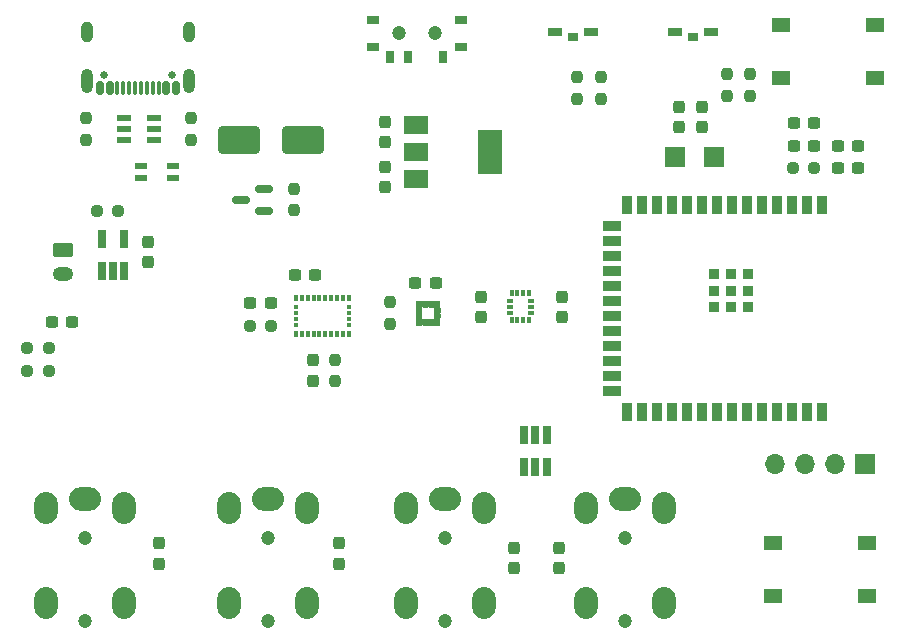
<source format=gbr>
%TF.GenerationSoftware,KiCad,Pcbnew,7.0.8*%
%TF.CreationDate,2023-12-05T20:52:07+01:00*%
%TF.ProjectId,HM_mainboard,484d5f6d-6169-46e6-926f-6172642e6b69,rev?*%
%TF.SameCoordinates,Original*%
%TF.FileFunction,Soldermask,Top*%
%TF.FilePolarity,Negative*%
%FSLAX46Y46*%
G04 Gerber Fmt 4.6, Leading zero omitted, Abs format (unit mm)*
G04 Created by KiCad (PCBNEW 7.0.8) date 2023-12-05 20:52:07*
%MOMM*%
%LPD*%
G01*
G04 APERTURE LIST*
G04 Aperture macros list*
%AMRoundRect*
0 Rectangle with rounded corners*
0 $1 Rounding radius*
0 $2 $3 $4 $5 $6 $7 $8 $9 X,Y pos of 4 corners*
0 Add a 4 corners polygon primitive as box body*
4,1,4,$2,$3,$4,$5,$6,$7,$8,$9,$2,$3,0*
0 Add four circle primitives for the rounded corners*
1,1,$1+$1,$2,$3*
1,1,$1+$1,$4,$5*
1,1,$1+$1,$6,$7*
1,1,$1+$1,$8,$9*
0 Add four rect primitives between the rounded corners*
20,1,$1+$1,$2,$3,$4,$5,0*
20,1,$1+$1,$4,$5,$6,$7,0*
20,1,$1+$1,$6,$7,$8,$9,0*
20,1,$1+$1,$8,$9,$2,$3,0*%
G04 Aperture macros list end*
%ADD10C,0.010000*%
%ADD11C,1.200000*%
%ADD12O,2.700000X2.000000*%
%ADD13O,2.000000X2.700000*%
%ADD14RoundRect,0.237500X0.237500X-0.300000X0.237500X0.300000X-0.237500X0.300000X-0.237500X-0.300000X0*%
%ADD15RoundRect,0.237500X-0.237500X0.300000X-0.237500X-0.300000X0.237500X-0.300000X0.237500X0.300000X0*%
%ADD16R,0.300000X0.600000*%
%ADD17R,0.600000X0.300000*%
%ADD18R,1.150000X0.600000*%
%ADD19R,1.100000X0.600000*%
%ADD20RoundRect,0.237500X0.237500X-0.250000X0.237500X0.250000X-0.237500X0.250000X-0.237500X-0.250000X0*%
%ADD21O,1.000000X1.800000*%
%ADD22O,1.000000X2.100000*%
%ADD23RoundRect,0.150000X0.150000X0.425000X-0.150000X0.425000X-0.150000X-0.425000X0.150000X-0.425000X0*%
%ADD24RoundRect,0.075000X0.075000X0.500000X-0.075000X0.500000X-0.075000X-0.500000X0.075000X-0.500000X0*%
%ADD25C,0.650000*%
%ADD26R,0.900000X0.700000*%
%ADD27R,1.200000X0.700000*%
%ADD28R,0.650000X1.560000*%
%ADD29RoundRect,0.237500X-0.237500X0.250000X-0.237500X-0.250000X0.237500X-0.250000X0.237500X0.250000X0*%
%ADD30RoundRect,0.237500X0.250000X0.237500X-0.250000X0.237500X-0.250000X-0.237500X0.250000X-0.237500X0*%
%ADD31R,0.304800X0.533400*%
%ADD32R,0.431800X0.304800*%
%ADD33RoundRect,0.250000X-0.625000X0.350000X-0.625000X-0.350000X0.625000X-0.350000X0.625000X0.350000X0*%
%ADD34O,1.750000X1.200000*%
%ADD35R,0.900000X1.500000*%
%ADD36R,1.500000X0.900000*%
%ADD37R,0.900000X0.900000*%
%ADD38R,1.700000X1.700000*%
%ADD39O,1.700000X1.700000*%
%ADD40R,1.750000X1.800000*%
%ADD41R,1.000000X0.800000*%
%ADD42R,0.700000X1.000000*%
%ADD43RoundRect,0.237500X-0.300000X-0.237500X0.300000X-0.237500X0.300000X0.237500X-0.300000X0.237500X0*%
%ADD44R,1.550000X1.300000*%
%ADD45RoundRect,0.250000X-1.500000X-0.900000X1.500000X-0.900000X1.500000X0.900000X-1.500000X0.900000X0*%
%ADD46RoundRect,0.237500X0.300000X0.237500X-0.300000X0.237500X-0.300000X-0.237500X0.300000X-0.237500X0*%
%ADD47RoundRect,0.150000X0.587500X0.150000X-0.587500X0.150000X-0.587500X-0.150000X0.587500X-0.150000X0*%
%ADD48RoundRect,0.237500X-0.250000X-0.237500X0.250000X-0.237500X0.250000X0.237500X-0.250000X0.237500X0*%
%ADD49R,2.000000X1.500000*%
%ADD50R,2.000000X3.800000*%
G04 APERTURE END LIST*
%TO.C,U5*%
D10*
X154080000Y-100081000D02*
X154086000Y-100082000D01*
X154092000Y-100083000D01*
X154097000Y-100084000D01*
X154102000Y-100086000D01*
X154108000Y-100088000D01*
X154113000Y-100091000D01*
X154118000Y-100093000D01*
X154123000Y-100096000D01*
X154127000Y-100099000D01*
X154132000Y-100103000D01*
X154136000Y-100106000D01*
X154140000Y-100110000D01*
X154144000Y-100114000D01*
X154148000Y-100118000D01*
X154152000Y-100123000D01*
X154155000Y-100127000D01*
X154158000Y-100132000D01*
X154161000Y-100137000D01*
X154163000Y-100142000D01*
X154165000Y-100147000D01*
X154167000Y-100152000D01*
X154169000Y-100158000D01*
X154170000Y-100163000D01*
X154172000Y-100169000D01*
X154172000Y-100174000D01*
X154173000Y-100180000D01*
X154173000Y-100480000D01*
X154172000Y-100486000D01*
X154172000Y-100491000D01*
X154170000Y-100497000D01*
X154169000Y-100502000D01*
X154167000Y-100508000D01*
X154165000Y-100513000D01*
X154163000Y-100518000D01*
X154161000Y-100523000D01*
X154158000Y-100528000D01*
X154155000Y-100533000D01*
X154152000Y-100537000D01*
X154148000Y-100542000D01*
X154144000Y-100546000D01*
X154140000Y-100550000D01*
X154136000Y-100554000D01*
X154132000Y-100557000D01*
X154127000Y-100561000D01*
X154123000Y-100564000D01*
X154118000Y-100567000D01*
X154113000Y-100569000D01*
X154108000Y-100572000D01*
X154102000Y-100574000D01*
X154097000Y-100576000D01*
X154092000Y-100577000D01*
X154086000Y-100578000D01*
X154080000Y-100579000D01*
X154075000Y-100580000D01*
X154069000Y-100580000D01*
X154064000Y-100580000D01*
X154058000Y-100580000D01*
X153838000Y-100580000D01*
X153832000Y-100580000D01*
X153827000Y-100580000D01*
X153821000Y-100580000D01*
X153816000Y-100579000D01*
X153810000Y-100578000D01*
X153804000Y-100577000D01*
X153799000Y-100576000D01*
X153794000Y-100574000D01*
X153788000Y-100572000D01*
X153783000Y-100569000D01*
X153778000Y-100567000D01*
X153773000Y-100564000D01*
X153769000Y-100561000D01*
X153764000Y-100557000D01*
X153760000Y-100554000D01*
X153756000Y-100550000D01*
X153752000Y-100546000D01*
X153748000Y-100542000D01*
X153744000Y-100537000D01*
X153741000Y-100533000D01*
X153738000Y-100528000D01*
X153735000Y-100523000D01*
X153733000Y-100518000D01*
X153731000Y-100513000D01*
X153729000Y-100508000D01*
X153727000Y-100502000D01*
X153726000Y-100497000D01*
X153724000Y-100491000D01*
X153724000Y-100486000D01*
X153723000Y-100480000D01*
X153723000Y-100180000D01*
X153724000Y-100174000D01*
X153724000Y-100169000D01*
X153726000Y-100163000D01*
X153727000Y-100158000D01*
X153729000Y-100152000D01*
X153731000Y-100147000D01*
X153733000Y-100142000D01*
X153735000Y-100137000D01*
X153738000Y-100132000D01*
X153741000Y-100127000D01*
X153744000Y-100123000D01*
X153748000Y-100118000D01*
X153752000Y-100114000D01*
X153756000Y-100110000D01*
X153760000Y-100106000D01*
X153764000Y-100103000D01*
X153769000Y-100099000D01*
X153773000Y-100096000D01*
X153778000Y-100093000D01*
X153783000Y-100091000D01*
X153788000Y-100088000D01*
X153794000Y-100086000D01*
X153799000Y-100084000D01*
X153804000Y-100083000D01*
X153810000Y-100082000D01*
X153816000Y-100081000D01*
X153821000Y-100080000D01*
X153827000Y-100080000D01*
X153832000Y-100080000D01*
X153838000Y-100080000D01*
X154058000Y-100080000D01*
X154064000Y-100080000D01*
X154069000Y-100080000D01*
X154075000Y-100080000D01*
X154080000Y-100081000D01*
G36*
X154080000Y-100081000D02*
G01*
X154086000Y-100082000D01*
X154092000Y-100083000D01*
X154097000Y-100084000D01*
X154102000Y-100086000D01*
X154108000Y-100088000D01*
X154113000Y-100091000D01*
X154118000Y-100093000D01*
X154123000Y-100096000D01*
X154127000Y-100099000D01*
X154132000Y-100103000D01*
X154136000Y-100106000D01*
X154140000Y-100110000D01*
X154144000Y-100114000D01*
X154148000Y-100118000D01*
X154152000Y-100123000D01*
X154155000Y-100127000D01*
X154158000Y-100132000D01*
X154161000Y-100137000D01*
X154163000Y-100142000D01*
X154165000Y-100147000D01*
X154167000Y-100152000D01*
X154169000Y-100158000D01*
X154170000Y-100163000D01*
X154172000Y-100169000D01*
X154172000Y-100174000D01*
X154173000Y-100180000D01*
X154173000Y-100480000D01*
X154172000Y-100486000D01*
X154172000Y-100491000D01*
X154170000Y-100497000D01*
X154169000Y-100502000D01*
X154167000Y-100508000D01*
X154165000Y-100513000D01*
X154163000Y-100518000D01*
X154161000Y-100523000D01*
X154158000Y-100528000D01*
X154155000Y-100533000D01*
X154152000Y-100537000D01*
X154148000Y-100542000D01*
X154144000Y-100546000D01*
X154140000Y-100550000D01*
X154136000Y-100554000D01*
X154132000Y-100557000D01*
X154127000Y-100561000D01*
X154123000Y-100564000D01*
X154118000Y-100567000D01*
X154113000Y-100569000D01*
X154108000Y-100572000D01*
X154102000Y-100574000D01*
X154097000Y-100576000D01*
X154092000Y-100577000D01*
X154086000Y-100578000D01*
X154080000Y-100579000D01*
X154075000Y-100580000D01*
X154069000Y-100580000D01*
X154064000Y-100580000D01*
X154058000Y-100580000D01*
X153838000Y-100580000D01*
X153832000Y-100580000D01*
X153827000Y-100580000D01*
X153821000Y-100580000D01*
X153816000Y-100579000D01*
X153810000Y-100578000D01*
X153804000Y-100577000D01*
X153799000Y-100576000D01*
X153794000Y-100574000D01*
X153788000Y-100572000D01*
X153783000Y-100569000D01*
X153778000Y-100567000D01*
X153773000Y-100564000D01*
X153769000Y-100561000D01*
X153764000Y-100557000D01*
X153760000Y-100554000D01*
X153756000Y-100550000D01*
X153752000Y-100546000D01*
X153748000Y-100542000D01*
X153744000Y-100537000D01*
X153741000Y-100533000D01*
X153738000Y-100528000D01*
X153735000Y-100523000D01*
X153733000Y-100518000D01*
X153731000Y-100513000D01*
X153729000Y-100508000D01*
X153727000Y-100502000D01*
X153726000Y-100497000D01*
X153724000Y-100491000D01*
X153724000Y-100486000D01*
X153723000Y-100480000D01*
X153723000Y-100180000D01*
X153724000Y-100174000D01*
X153724000Y-100169000D01*
X153726000Y-100163000D01*
X153727000Y-100158000D01*
X153729000Y-100152000D01*
X153731000Y-100147000D01*
X153733000Y-100142000D01*
X153735000Y-100137000D01*
X153738000Y-100132000D01*
X153741000Y-100127000D01*
X153744000Y-100123000D01*
X153748000Y-100118000D01*
X153752000Y-100114000D01*
X153756000Y-100110000D01*
X153760000Y-100106000D01*
X153764000Y-100103000D01*
X153769000Y-100099000D01*
X153773000Y-100096000D01*
X153778000Y-100093000D01*
X153783000Y-100091000D01*
X153788000Y-100088000D01*
X153794000Y-100086000D01*
X153799000Y-100084000D01*
X153804000Y-100083000D01*
X153810000Y-100082000D01*
X153816000Y-100081000D01*
X153821000Y-100080000D01*
X153827000Y-100080000D01*
X153832000Y-100080000D01*
X153838000Y-100080000D01*
X154058000Y-100080000D01*
X154064000Y-100080000D01*
X154069000Y-100080000D01*
X154075000Y-100080000D01*
X154080000Y-100081000D01*
G37*
X155580000Y-100081000D02*
X155586000Y-100082000D01*
X155592000Y-100083000D01*
X155597000Y-100084000D01*
X155602000Y-100086000D01*
X155608000Y-100088000D01*
X155613000Y-100091000D01*
X155618000Y-100093000D01*
X155623000Y-100096000D01*
X155627000Y-100099000D01*
X155632000Y-100103000D01*
X155636000Y-100106000D01*
X155640000Y-100110000D01*
X155644000Y-100114000D01*
X155648000Y-100118000D01*
X155652000Y-100123000D01*
X155655000Y-100127000D01*
X155658000Y-100132000D01*
X155661000Y-100137000D01*
X155663000Y-100142000D01*
X155665000Y-100147000D01*
X155667000Y-100152000D01*
X155669000Y-100158000D01*
X155670000Y-100163000D01*
X155672000Y-100169000D01*
X155672000Y-100174000D01*
X155673000Y-100180000D01*
X155673000Y-100480000D01*
X155672000Y-100486000D01*
X155672000Y-100491000D01*
X155670000Y-100497000D01*
X155669000Y-100502000D01*
X155667000Y-100508000D01*
X155665000Y-100513000D01*
X155663000Y-100518000D01*
X155661000Y-100523000D01*
X155658000Y-100528000D01*
X155655000Y-100533000D01*
X155652000Y-100537000D01*
X155648000Y-100542000D01*
X155644000Y-100546000D01*
X155640000Y-100550000D01*
X155636000Y-100554000D01*
X155632000Y-100557000D01*
X155627000Y-100561000D01*
X155623000Y-100564000D01*
X155618000Y-100567000D01*
X155613000Y-100569000D01*
X155608000Y-100572000D01*
X155602000Y-100574000D01*
X155597000Y-100576000D01*
X155592000Y-100577000D01*
X155586000Y-100578000D01*
X155580000Y-100579000D01*
X155575000Y-100580000D01*
X155569000Y-100580000D01*
X155564000Y-100580000D01*
X155558000Y-100580000D01*
X155338000Y-100580000D01*
X155332000Y-100580000D01*
X155327000Y-100580000D01*
X155321000Y-100580000D01*
X155316000Y-100579000D01*
X155310000Y-100578000D01*
X155304000Y-100577000D01*
X155299000Y-100576000D01*
X155294000Y-100574000D01*
X155288000Y-100572000D01*
X155283000Y-100569000D01*
X155278000Y-100567000D01*
X155273000Y-100564000D01*
X155269000Y-100561000D01*
X155264000Y-100557000D01*
X155260000Y-100554000D01*
X155256000Y-100550000D01*
X155252000Y-100546000D01*
X155248000Y-100542000D01*
X155244000Y-100537000D01*
X155241000Y-100533000D01*
X155238000Y-100528000D01*
X155235000Y-100523000D01*
X155233000Y-100518000D01*
X155231000Y-100513000D01*
X155229000Y-100508000D01*
X155227000Y-100502000D01*
X155226000Y-100497000D01*
X155224000Y-100491000D01*
X155224000Y-100486000D01*
X155223000Y-100480000D01*
X155223000Y-100180000D01*
X155224000Y-100174000D01*
X155224000Y-100169000D01*
X155226000Y-100163000D01*
X155227000Y-100158000D01*
X155229000Y-100152000D01*
X155231000Y-100147000D01*
X155233000Y-100142000D01*
X155235000Y-100137000D01*
X155238000Y-100132000D01*
X155241000Y-100127000D01*
X155244000Y-100123000D01*
X155248000Y-100118000D01*
X155252000Y-100114000D01*
X155256000Y-100110000D01*
X155260000Y-100106000D01*
X155264000Y-100103000D01*
X155269000Y-100099000D01*
X155273000Y-100096000D01*
X155278000Y-100093000D01*
X155283000Y-100091000D01*
X155288000Y-100088000D01*
X155294000Y-100086000D01*
X155299000Y-100084000D01*
X155304000Y-100083000D01*
X155310000Y-100082000D01*
X155316000Y-100081000D01*
X155321000Y-100080000D01*
X155327000Y-100080000D01*
X155332000Y-100080000D01*
X155338000Y-100080000D01*
X155558000Y-100080000D01*
X155564000Y-100080000D01*
X155569000Y-100080000D01*
X155575000Y-100080000D01*
X155580000Y-100081000D01*
G36*
X155580000Y-100081000D02*
G01*
X155586000Y-100082000D01*
X155592000Y-100083000D01*
X155597000Y-100084000D01*
X155602000Y-100086000D01*
X155608000Y-100088000D01*
X155613000Y-100091000D01*
X155618000Y-100093000D01*
X155623000Y-100096000D01*
X155627000Y-100099000D01*
X155632000Y-100103000D01*
X155636000Y-100106000D01*
X155640000Y-100110000D01*
X155644000Y-100114000D01*
X155648000Y-100118000D01*
X155652000Y-100123000D01*
X155655000Y-100127000D01*
X155658000Y-100132000D01*
X155661000Y-100137000D01*
X155663000Y-100142000D01*
X155665000Y-100147000D01*
X155667000Y-100152000D01*
X155669000Y-100158000D01*
X155670000Y-100163000D01*
X155672000Y-100169000D01*
X155672000Y-100174000D01*
X155673000Y-100180000D01*
X155673000Y-100480000D01*
X155672000Y-100486000D01*
X155672000Y-100491000D01*
X155670000Y-100497000D01*
X155669000Y-100502000D01*
X155667000Y-100508000D01*
X155665000Y-100513000D01*
X155663000Y-100518000D01*
X155661000Y-100523000D01*
X155658000Y-100528000D01*
X155655000Y-100533000D01*
X155652000Y-100537000D01*
X155648000Y-100542000D01*
X155644000Y-100546000D01*
X155640000Y-100550000D01*
X155636000Y-100554000D01*
X155632000Y-100557000D01*
X155627000Y-100561000D01*
X155623000Y-100564000D01*
X155618000Y-100567000D01*
X155613000Y-100569000D01*
X155608000Y-100572000D01*
X155602000Y-100574000D01*
X155597000Y-100576000D01*
X155592000Y-100577000D01*
X155586000Y-100578000D01*
X155580000Y-100579000D01*
X155575000Y-100580000D01*
X155569000Y-100580000D01*
X155564000Y-100580000D01*
X155558000Y-100580000D01*
X155338000Y-100580000D01*
X155332000Y-100580000D01*
X155327000Y-100580000D01*
X155321000Y-100580000D01*
X155316000Y-100579000D01*
X155310000Y-100578000D01*
X155304000Y-100577000D01*
X155299000Y-100576000D01*
X155294000Y-100574000D01*
X155288000Y-100572000D01*
X155283000Y-100569000D01*
X155278000Y-100567000D01*
X155273000Y-100564000D01*
X155269000Y-100561000D01*
X155264000Y-100557000D01*
X155260000Y-100554000D01*
X155256000Y-100550000D01*
X155252000Y-100546000D01*
X155248000Y-100542000D01*
X155244000Y-100537000D01*
X155241000Y-100533000D01*
X155238000Y-100528000D01*
X155235000Y-100523000D01*
X155233000Y-100518000D01*
X155231000Y-100513000D01*
X155229000Y-100508000D01*
X155227000Y-100502000D01*
X155226000Y-100497000D01*
X155224000Y-100491000D01*
X155224000Y-100486000D01*
X155223000Y-100480000D01*
X155223000Y-100180000D01*
X155224000Y-100174000D01*
X155224000Y-100169000D01*
X155226000Y-100163000D01*
X155227000Y-100158000D01*
X155229000Y-100152000D01*
X155231000Y-100147000D01*
X155233000Y-100142000D01*
X155235000Y-100137000D01*
X155238000Y-100132000D01*
X155241000Y-100127000D01*
X155244000Y-100123000D01*
X155248000Y-100118000D01*
X155252000Y-100114000D01*
X155256000Y-100110000D01*
X155260000Y-100106000D01*
X155264000Y-100103000D01*
X155269000Y-100099000D01*
X155273000Y-100096000D01*
X155278000Y-100093000D01*
X155283000Y-100091000D01*
X155288000Y-100088000D01*
X155294000Y-100086000D01*
X155299000Y-100084000D01*
X155304000Y-100083000D01*
X155310000Y-100082000D01*
X155316000Y-100081000D01*
X155321000Y-100080000D01*
X155327000Y-100080000D01*
X155332000Y-100080000D01*
X155338000Y-100080000D01*
X155558000Y-100080000D01*
X155564000Y-100080000D01*
X155569000Y-100080000D01*
X155575000Y-100080000D01*
X155580000Y-100081000D01*
G37*
X154580000Y-100071000D02*
X154586000Y-100072000D01*
X154592000Y-100073000D01*
X154597000Y-100074000D01*
X154602000Y-100076000D01*
X154608000Y-100078000D01*
X154613000Y-100081000D01*
X154618000Y-100083000D01*
X154623000Y-100086000D01*
X154627000Y-100089000D01*
X154632000Y-100093000D01*
X154636000Y-100096000D01*
X154640000Y-100100000D01*
X154644000Y-100104000D01*
X154648000Y-100108000D01*
X154652000Y-100113000D01*
X154655000Y-100117000D01*
X154658000Y-100122000D01*
X154661000Y-100127000D01*
X154663000Y-100132000D01*
X154665000Y-100137000D01*
X154667000Y-100142000D01*
X154669000Y-100148000D01*
X154670000Y-100153000D01*
X154672000Y-100159000D01*
X154672000Y-100164000D01*
X154673000Y-100170000D01*
X154673000Y-100470000D01*
X154672000Y-100476000D01*
X154672000Y-100481000D01*
X154670000Y-100487000D01*
X154669000Y-100492000D01*
X154667000Y-100498000D01*
X154665000Y-100503000D01*
X154663000Y-100508000D01*
X154661000Y-100513000D01*
X154658000Y-100518000D01*
X154655000Y-100523000D01*
X154652000Y-100527000D01*
X154648000Y-100532000D01*
X154644000Y-100536000D01*
X154640000Y-100540000D01*
X154636000Y-100544000D01*
X154632000Y-100547000D01*
X154627000Y-100551000D01*
X154623000Y-100554000D01*
X154618000Y-100557000D01*
X154613000Y-100559000D01*
X154608000Y-100562000D01*
X154602000Y-100564000D01*
X154597000Y-100566000D01*
X154592000Y-100567000D01*
X154586000Y-100568000D01*
X154580000Y-100569000D01*
X154575000Y-100570000D01*
X154569000Y-100570000D01*
X154564000Y-100570000D01*
X154558000Y-100570000D01*
X154338000Y-100570000D01*
X154332000Y-100570000D01*
X154327000Y-100570000D01*
X154321000Y-100570000D01*
X154316000Y-100569000D01*
X154310000Y-100568000D01*
X154304000Y-100567000D01*
X154299000Y-100566000D01*
X154294000Y-100564000D01*
X154288000Y-100562000D01*
X154283000Y-100559000D01*
X154278000Y-100557000D01*
X154273000Y-100554000D01*
X154269000Y-100551000D01*
X154264000Y-100547000D01*
X154260000Y-100544000D01*
X154256000Y-100540000D01*
X154252000Y-100536000D01*
X154248000Y-100532000D01*
X154244000Y-100527000D01*
X154241000Y-100523000D01*
X154238000Y-100518000D01*
X154235000Y-100513000D01*
X154233000Y-100508000D01*
X154231000Y-100503000D01*
X154229000Y-100498000D01*
X154227000Y-100492000D01*
X154226000Y-100487000D01*
X154224000Y-100481000D01*
X154224000Y-100476000D01*
X154223000Y-100470000D01*
X154223000Y-100170000D01*
X154224000Y-100164000D01*
X154224000Y-100159000D01*
X154226000Y-100153000D01*
X154227000Y-100148000D01*
X154229000Y-100142000D01*
X154231000Y-100137000D01*
X154233000Y-100132000D01*
X154235000Y-100127000D01*
X154238000Y-100122000D01*
X154241000Y-100117000D01*
X154244000Y-100113000D01*
X154248000Y-100108000D01*
X154252000Y-100104000D01*
X154256000Y-100100000D01*
X154260000Y-100096000D01*
X154264000Y-100093000D01*
X154269000Y-100089000D01*
X154273000Y-100086000D01*
X154278000Y-100083000D01*
X154283000Y-100081000D01*
X154288000Y-100078000D01*
X154294000Y-100076000D01*
X154299000Y-100074000D01*
X154304000Y-100073000D01*
X154310000Y-100072000D01*
X154316000Y-100071000D01*
X154321000Y-100070000D01*
X154327000Y-100070000D01*
X154332000Y-100070000D01*
X154338000Y-100070000D01*
X154558000Y-100070000D01*
X154564000Y-100070000D01*
X154569000Y-100070000D01*
X154575000Y-100070000D01*
X154580000Y-100071000D01*
G36*
X154580000Y-100071000D02*
G01*
X154586000Y-100072000D01*
X154592000Y-100073000D01*
X154597000Y-100074000D01*
X154602000Y-100076000D01*
X154608000Y-100078000D01*
X154613000Y-100081000D01*
X154618000Y-100083000D01*
X154623000Y-100086000D01*
X154627000Y-100089000D01*
X154632000Y-100093000D01*
X154636000Y-100096000D01*
X154640000Y-100100000D01*
X154644000Y-100104000D01*
X154648000Y-100108000D01*
X154652000Y-100113000D01*
X154655000Y-100117000D01*
X154658000Y-100122000D01*
X154661000Y-100127000D01*
X154663000Y-100132000D01*
X154665000Y-100137000D01*
X154667000Y-100142000D01*
X154669000Y-100148000D01*
X154670000Y-100153000D01*
X154672000Y-100159000D01*
X154672000Y-100164000D01*
X154673000Y-100170000D01*
X154673000Y-100470000D01*
X154672000Y-100476000D01*
X154672000Y-100481000D01*
X154670000Y-100487000D01*
X154669000Y-100492000D01*
X154667000Y-100498000D01*
X154665000Y-100503000D01*
X154663000Y-100508000D01*
X154661000Y-100513000D01*
X154658000Y-100518000D01*
X154655000Y-100523000D01*
X154652000Y-100527000D01*
X154648000Y-100532000D01*
X154644000Y-100536000D01*
X154640000Y-100540000D01*
X154636000Y-100544000D01*
X154632000Y-100547000D01*
X154627000Y-100551000D01*
X154623000Y-100554000D01*
X154618000Y-100557000D01*
X154613000Y-100559000D01*
X154608000Y-100562000D01*
X154602000Y-100564000D01*
X154597000Y-100566000D01*
X154592000Y-100567000D01*
X154586000Y-100568000D01*
X154580000Y-100569000D01*
X154575000Y-100570000D01*
X154569000Y-100570000D01*
X154564000Y-100570000D01*
X154558000Y-100570000D01*
X154338000Y-100570000D01*
X154332000Y-100570000D01*
X154327000Y-100570000D01*
X154321000Y-100570000D01*
X154316000Y-100569000D01*
X154310000Y-100568000D01*
X154304000Y-100567000D01*
X154299000Y-100566000D01*
X154294000Y-100564000D01*
X154288000Y-100562000D01*
X154283000Y-100559000D01*
X154278000Y-100557000D01*
X154273000Y-100554000D01*
X154269000Y-100551000D01*
X154264000Y-100547000D01*
X154260000Y-100544000D01*
X154256000Y-100540000D01*
X154252000Y-100536000D01*
X154248000Y-100532000D01*
X154244000Y-100527000D01*
X154241000Y-100523000D01*
X154238000Y-100518000D01*
X154235000Y-100513000D01*
X154233000Y-100508000D01*
X154231000Y-100503000D01*
X154229000Y-100498000D01*
X154227000Y-100492000D01*
X154226000Y-100487000D01*
X154224000Y-100481000D01*
X154224000Y-100476000D01*
X154223000Y-100470000D01*
X154223000Y-100170000D01*
X154224000Y-100164000D01*
X154224000Y-100159000D01*
X154226000Y-100153000D01*
X154227000Y-100148000D01*
X154229000Y-100142000D01*
X154231000Y-100137000D01*
X154233000Y-100132000D01*
X154235000Y-100127000D01*
X154238000Y-100122000D01*
X154241000Y-100117000D01*
X154244000Y-100113000D01*
X154248000Y-100108000D01*
X154252000Y-100104000D01*
X154256000Y-100100000D01*
X154260000Y-100096000D01*
X154264000Y-100093000D01*
X154269000Y-100089000D01*
X154273000Y-100086000D01*
X154278000Y-100083000D01*
X154283000Y-100081000D01*
X154288000Y-100078000D01*
X154294000Y-100076000D01*
X154299000Y-100074000D01*
X154304000Y-100073000D01*
X154310000Y-100072000D01*
X154316000Y-100071000D01*
X154321000Y-100070000D01*
X154327000Y-100070000D01*
X154332000Y-100070000D01*
X154338000Y-100070000D01*
X154558000Y-100070000D01*
X154564000Y-100070000D01*
X154569000Y-100070000D01*
X154575000Y-100070000D01*
X154580000Y-100071000D01*
G37*
X155080000Y-100071000D02*
X155086000Y-100072000D01*
X155092000Y-100073000D01*
X155097000Y-100074000D01*
X155102000Y-100076000D01*
X155108000Y-100078000D01*
X155113000Y-100081000D01*
X155118000Y-100083000D01*
X155123000Y-100086000D01*
X155127000Y-100089000D01*
X155132000Y-100093000D01*
X155136000Y-100096000D01*
X155140000Y-100100000D01*
X155144000Y-100104000D01*
X155148000Y-100108000D01*
X155152000Y-100113000D01*
X155155000Y-100117000D01*
X155158000Y-100122000D01*
X155161000Y-100127000D01*
X155163000Y-100132000D01*
X155165000Y-100137000D01*
X155167000Y-100142000D01*
X155169000Y-100148000D01*
X155170000Y-100153000D01*
X155172000Y-100159000D01*
X155172000Y-100164000D01*
X155173000Y-100170000D01*
X155173000Y-100470000D01*
X155172000Y-100476000D01*
X155172000Y-100481000D01*
X155170000Y-100487000D01*
X155169000Y-100492000D01*
X155167000Y-100498000D01*
X155165000Y-100503000D01*
X155163000Y-100508000D01*
X155161000Y-100513000D01*
X155158000Y-100518000D01*
X155155000Y-100523000D01*
X155152000Y-100527000D01*
X155148000Y-100532000D01*
X155144000Y-100536000D01*
X155140000Y-100540000D01*
X155136000Y-100544000D01*
X155132000Y-100547000D01*
X155127000Y-100551000D01*
X155123000Y-100554000D01*
X155118000Y-100557000D01*
X155113000Y-100559000D01*
X155108000Y-100562000D01*
X155102000Y-100564000D01*
X155097000Y-100566000D01*
X155092000Y-100567000D01*
X155086000Y-100568000D01*
X155080000Y-100569000D01*
X155075000Y-100570000D01*
X155069000Y-100570000D01*
X155064000Y-100570000D01*
X155058000Y-100570000D01*
X154838000Y-100570000D01*
X154832000Y-100570000D01*
X154827000Y-100570000D01*
X154821000Y-100570000D01*
X154816000Y-100569000D01*
X154810000Y-100568000D01*
X154804000Y-100567000D01*
X154799000Y-100566000D01*
X154794000Y-100564000D01*
X154788000Y-100562000D01*
X154783000Y-100559000D01*
X154778000Y-100557000D01*
X154773000Y-100554000D01*
X154769000Y-100551000D01*
X154764000Y-100547000D01*
X154760000Y-100544000D01*
X154756000Y-100540000D01*
X154752000Y-100536000D01*
X154748000Y-100532000D01*
X154744000Y-100527000D01*
X154741000Y-100523000D01*
X154738000Y-100518000D01*
X154735000Y-100513000D01*
X154733000Y-100508000D01*
X154731000Y-100503000D01*
X154729000Y-100498000D01*
X154727000Y-100492000D01*
X154726000Y-100487000D01*
X154724000Y-100481000D01*
X154724000Y-100476000D01*
X154723000Y-100470000D01*
X154723000Y-100170000D01*
X154724000Y-100164000D01*
X154724000Y-100159000D01*
X154726000Y-100153000D01*
X154727000Y-100148000D01*
X154729000Y-100142000D01*
X154731000Y-100137000D01*
X154733000Y-100132000D01*
X154735000Y-100127000D01*
X154738000Y-100122000D01*
X154741000Y-100117000D01*
X154744000Y-100113000D01*
X154748000Y-100108000D01*
X154752000Y-100104000D01*
X154756000Y-100100000D01*
X154760000Y-100096000D01*
X154764000Y-100093000D01*
X154769000Y-100089000D01*
X154773000Y-100086000D01*
X154778000Y-100083000D01*
X154783000Y-100081000D01*
X154788000Y-100078000D01*
X154794000Y-100076000D01*
X154799000Y-100074000D01*
X154804000Y-100073000D01*
X154810000Y-100072000D01*
X154816000Y-100071000D01*
X154821000Y-100070000D01*
X154827000Y-100070000D01*
X154832000Y-100070000D01*
X154838000Y-100070000D01*
X155058000Y-100070000D01*
X155064000Y-100070000D01*
X155069000Y-100070000D01*
X155075000Y-100070000D01*
X155080000Y-100071000D01*
G36*
X155080000Y-100071000D02*
G01*
X155086000Y-100072000D01*
X155092000Y-100073000D01*
X155097000Y-100074000D01*
X155102000Y-100076000D01*
X155108000Y-100078000D01*
X155113000Y-100081000D01*
X155118000Y-100083000D01*
X155123000Y-100086000D01*
X155127000Y-100089000D01*
X155132000Y-100093000D01*
X155136000Y-100096000D01*
X155140000Y-100100000D01*
X155144000Y-100104000D01*
X155148000Y-100108000D01*
X155152000Y-100113000D01*
X155155000Y-100117000D01*
X155158000Y-100122000D01*
X155161000Y-100127000D01*
X155163000Y-100132000D01*
X155165000Y-100137000D01*
X155167000Y-100142000D01*
X155169000Y-100148000D01*
X155170000Y-100153000D01*
X155172000Y-100159000D01*
X155172000Y-100164000D01*
X155173000Y-100170000D01*
X155173000Y-100470000D01*
X155172000Y-100476000D01*
X155172000Y-100481000D01*
X155170000Y-100487000D01*
X155169000Y-100492000D01*
X155167000Y-100498000D01*
X155165000Y-100503000D01*
X155163000Y-100508000D01*
X155161000Y-100513000D01*
X155158000Y-100518000D01*
X155155000Y-100523000D01*
X155152000Y-100527000D01*
X155148000Y-100532000D01*
X155144000Y-100536000D01*
X155140000Y-100540000D01*
X155136000Y-100544000D01*
X155132000Y-100547000D01*
X155127000Y-100551000D01*
X155123000Y-100554000D01*
X155118000Y-100557000D01*
X155113000Y-100559000D01*
X155108000Y-100562000D01*
X155102000Y-100564000D01*
X155097000Y-100566000D01*
X155092000Y-100567000D01*
X155086000Y-100568000D01*
X155080000Y-100569000D01*
X155075000Y-100570000D01*
X155069000Y-100570000D01*
X155064000Y-100570000D01*
X155058000Y-100570000D01*
X154838000Y-100570000D01*
X154832000Y-100570000D01*
X154827000Y-100570000D01*
X154821000Y-100570000D01*
X154816000Y-100569000D01*
X154810000Y-100568000D01*
X154804000Y-100567000D01*
X154799000Y-100566000D01*
X154794000Y-100564000D01*
X154788000Y-100562000D01*
X154783000Y-100559000D01*
X154778000Y-100557000D01*
X154773000Y-100554000D01*
X154769000Y-100551000D01*
X154764000Y-100547000D01*
X154760000Y-100544000D01*
X154756000Y-100540000D01*
X154752000Y-100536000D01*
X154748000Y-100532000D01*
X154744000Y-100527000D01*
X154741000Y-100523000D01*
X154738000Y-100518000D01*
X154735000Y-100513000D01*
X154733000Y-100508000D01*
X154731000Y-100503000D01*
X154729000Y-100498000D01*
X154727000Y-100492000D01*
X154726000Y-100487000D01*
X154724000Y-100481000D01*
X154724000Y-100476000D01*
X154723000Y-100470000D01*
X154723000Y-100170000D01*
X154724000Y-100164000D01*
X154724000Y-100159000D01*
X154726000Y-100153000D01*
X154727000Y-100148000D01*
X154729000Y-100142000D01*
X154731000Y-100137000D01*
X154733000Y-100132000D01*
X154735000Y-100127000D01*
X154738000Y-100122000D01*
X154741000Y-100117000D01*
X154744000Y-100113000D01*
X154748000Y-100108000D01*
X154752000Y-100104000D01*
X154756000Y-100100000D01*
X154760000Y-100096000D01*
X154764000Y-100093000D01*
X154769000Y-100089000D01*
X154773000Y-100086000D01*
X154778000Y-100083000D01*
X154783000Y-100081000D01*
X154788000Y-100078000D01*
X154794000Y-100076000D01*
X154799000Y-100074000D01*
X154804000Y-100073000D01*
X154810000Y-100072000D01*
X154816000Y-100071000D01*
X154821000Y-100070000D01*
X154827000Y-100070000D01*
X154832000Y-100070000D01*
X154838000Y-100070000D01*
X155058000Y-100070000D01*
X155064000Y-100070000D01*
X155069000Y-100070000D01*
X155075000Y-100070000D01*
X155080000Y-100071000D01*
G37*
X154089000Y-99581000D02*
X154094000Y-99581000D01*
X154100000Y-99583000D01*
X154105000Y-99584000D01*
X154111000Y-99586000D01*
X154116000Y-99588000D01*
X154121000Y-99590000D01*
X154126000Y-99592000D01*
X154131000Y-99595000D01*
X154136000Y-99598000D01*
X154140000Y-99601000D01*
X154145000Y-99605000D01*
X154149000Y-99609000D01*
X154153000Y-99613000D01*
X154157000Y-99617000D01*
X154160000Y-99621000D01*
X154164000Y-99626000D01*
X154167000Y-99630000D01*
X154170000Y-99635000D01*
X154172000Y-99640000D01*
X154175000Y-99645000D01*
X154177000Y-99651000D01*
X154179000Y-99656000D01*
X154180000Y-99661000D01*
X154181000Y-99667000D01*
X154182000Y-99673000D01*
X154183000Y-99678000D01*
X154183000Y-99684000D01*
X154183000Y-99689000D01*
X154183000Y-99695000D01*
X154183000Y-99915000D01*
X154183000Y-99921000D01*
X154183000Y-99926000D01*
X154183000Y-99932000D01*
X154182000Y-99937000D01*
X154181000Y-99943000D01*
X154180000Y-99949000D01*
X154179000Y-99954000D01*
X154177000Y-99959000D01*
X154175000Y-99965000D01*
X154172000Y-99970000D01*
X154170000Y-99975000D01*
X154167000Y-99980000D01*
X154164000Y-99984000D01*
X154160000Y-99989000D01*
X154157000Y-99993000D01*
X154153000Y-99997000D01*
X154149000Y-100001000D01*
X154145000Y-100005000D01*
X154140000Y-100009000D01*
X154136000Y-100012000D01*
X154131000Y-100015000D01*
X154126000Y-100018000D01*
X154121000Y-100020000D01*
X154116000Y-100022000D01*
X154111000Y-100024000D01*
X154105000Y-100026000D01*
X154100000Y-100027000D01*
X154094000Y-100029000D01*
X154089000Y-100029000D01*
X154083000Y-100030000D01*
X153783000Y-100030000D01*
X153777000Y-100029000D01*
X153772000Y-100029000D01*
X153766000Y-100027000D01*
X153761000Y-100026000D01*
X153755000Y-100024000D01*
X153750000Y-100022000D01*
X153745000Y-100020000D01*
X153740000Y-100018000D01*
X153735000Y-100015000D01*
X153730000Y-100012000D01*
X153726000Y-100009000D01*
X153721000Y-100005000D01*
X153717000Y-100001000D01*
X153713000Y-99997000D01*
X153709000Y-99993000D01*
X153706000Y-99989000D01*
X153702000Y-99984000D01*
X153699000Y-99980000D01*
X153696000Y-99975000D01*
X153694000Y-99970000D01*
X153691000Y-99965000D01*
X153689000Y-99959000D01*
X153687000Y-99954000D01*
X153686000Y-99949000D01*
X153685000Y-99943000D01*
X153684000Y-99937000D01*
X153683000Y-99932000D01*
X153683000Y-99926000D01*
X153683000Y-99921000D01*
X153683000Y-99915000D01*
X153683000Y-99695000D01*
X153683000Y-99689000D01*
X153683000Y-99684000D01*
X153683000Y-99678000D01*
X153684000Y-99673000D01*
X153685000Y-99667000D01*
X153686000Y-99661000D01*
X153687000Y-99656000D01*
X153689000Y-99651000D01*
X153691000Y-99645000D01*
X153694000Y-99640000D01*
X153696000Y-99635000D01*
X153699000Y-99630000D01*
X153702000Y-99626000D01*
X153706000Y-99621000D01*
X153709000Y-99617000D01*
X153713000Y-99613000D01*
X153717000Y-99609000D01*
X153721000Y-99605000D01*
X153726000Y-99601000D01*
X153730000Y-99598000D01*
X153735000Y-99595000D01*
X153740000Y-99592000D01*
X153745000Y-99590000D01*
X153750000Y-99588000D01*
X153755000Y-99586000D01*
X153761000Y-99584000D01*
X153766000Y-99583000D01*
X153772000Y-99581000D01*
X153777000Y-99581000D01*
X153783000Y-99580000D01*
X154083000Y-99580000D01*
X154089000Y-99581000D01*
G36*
X154089000Y-99581000D02*
G01*
X154094000Y-99581000D01*
X154100000Y-99583000D01*
X154105000Y-99584000D01*
X154111000Y-99586000D01*
X154116000Y-99588000D01*
X154121000Y-99590000D01*
X154126000Y-99592000D01*
X154131000Y-99595000D01*
X154136000Y-99598000D01*
X154140000Y-99601000D01*
X154145000Y-99605000D01*
X154149000Y-99609000D01*
X154153000Y-99613000D01*
X154157000Y-99617000D01*
X154160000Y-99621000D01*
X154164000Y-99626000D01*
X154167000Y-99630000D01*
X154170000Y-99635000D01*
X154172000Y-99640000D01*
X154175000Y-99645000D01*
X154177000Y-99651000D01*
X154179000Y-99656000D01*
X154180000Y-99661000D01*
X154181000Y-99667000D01*
X154182000Y-99673000D01*
X154183000Y-99678000D01*
X154183000Y-99684000D01*
X154183000Y-99689000D01*
X154183000Y-99695000D01*
X154183000Y-99915000D01*
X154183000Y-99921000D01*
X154183000Y-99926000D01*
X154183000Y-99932000D01*
X154182000Y-99937000D01*
X154181000Y-99943000D01*
X154180000Y-99949000D01*
X154179000Y-99954000D01*
X154177000Y-99959000D01*
X154175000Y-99965000D01*
X154172000Y-99970000D01*
X154170000Y-99975000D01*
X154167000Y-99980000D01*
X154164000Y-99984000D01*
X154160000Y-99989000D01*
X154157000Y-99993000D01*
X154153000Y-99997000D01*
X154149000Y-100001000D01*
X154145000Y-100005000D01*
X154140000Y-100009000D01*
X154136000Y-100012000D01*
X154131000Y-100015000D01*
X154126000Y-100018000D01*
X154121000Y-100020000D01*
X154116000Y-100022000D01*
X154111000Y-100024000D01*
X154105000Y-100026000D01*
X154100000Y-100027000D01*
X154094000Y-100029000D01*
X154089000Y-100029000D01*
X154083000Y-100030000D01*
X153783000Y-100030000D01*
X153777000Y-100029000D01*
X153772000Y-100029000D01*
X153766000Y-100027000D01*
X153761000Y-100026000D01*
X153755000Y-100024000D01*
X153750000Y-100022000D01*
X153745000Y-100020000D01*
X153740000Y-100018000D01*
X153735000Y-100015000D01*
X153730000Y-100012000D01*
X153726000Y-100009000D01*
X153721000Y-100005000D01*
X153717000Y-100001000D01*
X153713000Y-99997000D01*
X153709000Y-99993000D01*
X153706000Y-99989000D01*
X153702000Y-99984000D01*
X153699000Y-99980000D01*
X153696000Y-99975000D01*
X153694000Y-99970000D01*
X153691000Y-99965000D01*
X153689000Y-99959000D01*
X153687000Y-99954000D01*
X153686000Y-99949000D01*
X153685000Y-99943000D01*
X153684000Y-99937000D01*
X153683000Y-99932000D01*
X153683000Y-99926000D01*
X153683000Y-99921000D01*
X153683000Y-99915000D01*
X153683000Y-99695000D01*
X153683000Y-99689000D01*
X153683000Y-99684000D01*
X153683000Y-99678000D01*
X153684000Y-99673000D01*
X153685000Y-99667000D01*
X153686000Y-99661000D01*
X153687000Y-99656000D01*
X153689000Y-99651000D01*
X153691000Y-99645000D01*
X153694000Y-99640000D01*
X153696000Y-99635000D01*
X153699000Y-99630000D01*
X153702000Y-99626000D01*
X153706000Y-99621000D01*
X153709000Y-99617000D01*
X153713000Y-99613000D01*
X153717000Y-99609000D01*
X153721000Y-99605000D01*
X153726000Y-99601000D01*
X153730000Y-99598000D01*
X153735000Y-99595000D01*
X153740000Y-99592000D01*
X153745000Y-99590000D01*
X153750000Y-99588000D01*
X153755000Y-99586000D01*
X153761000Y-99584000D01*
X153766000Y-99583000D01*
X153772000Y-99581000D01*
X153777000Y-99581000D01*
X153783000Y-99580000D01*
X154083000Y-99580000D01*
X154089000Y-99581000D01*
G37*
X155619000Y-99581000D02*
X155624000Y-99581000D01*
X155630000Y-99583000D01*
X155635000Y-99584000D01*
X155641000Y-99586000D01*
X155646000Y-99588000D01*
X155651000Y-99590000D01*
X155656000Y-99592000D01*
X155661000Y-99595000D01*
X155666000Y-99598000D01*
X155670000Y-99601000D01*
X155675000Y-99605000D01*
X155679000Y-99609000D01*
X155683000Y-99613000D01*
X155687000Y-99617000D01*
X155690000Y-99621000D01*
X155694000Y-99626000D01*
X155697000Y-99630000D01*
X155700000Y-99635000D01*
X155702000Y-99640000D01*
X155705000Y-99645000D01*
X155707000Y-99651000D01*
X155709000Y-99656000D01*
X155710000Y-99661000D01*
X155711000Y-99667000D01*
X155712000Y-99673000D01*
X155713000Y-99678000D01*
X155713000Y-99684000D01*
X155713000Y-99689000D01*
X155713000Y-99695000D01*
X155713000Y-99915000D01*
X155713000Y-99921000D01*
X155713000Y-99926000D01*
X155713000Y-99932000D01*
X155712000Y-99937000D01*
X155711000Y-99943000D01*
X155710000Y-99949000D01*
X155709000Y-99954000D01*
X155707000Y-99959000D01*
X155705000Y-99965000D01*
X155702000Y-99970000D01*
X155700000Y-99975000D01*
X155697000Y-99980000D01*
X155694000Y-99984000D01*
X155690000Y-99989000D01*
X155687000Y-99993000D01*
X155683000Y-99997000D01*
X155679000Y-100001000D01*
X155675000Y-100005000D01*
X155670000Y-100009000D01*
X155666000Y-100012000D01*
X155661000Y-100015000D01*
X155656000Y-100018000D01*
X155651000Y-100020000D01*
X155646000Y-100022000D01*
X155641000Y-100024000D01*
X155635000Y-100026000D01*
X155630000Y-100027000D01*
X155624000Y-100029000D01*
X155619000Y-100029000D01*
X155613000Y-100030000D01*
X155313000Y-100030000D01*
X155307000Y-100029000D01*
X155302000Y-100029000D01*
X155296000Y-100027000D01*
X155291000Y-100026000D01*
X155285000Y-100024000D01*
X155280000Y-100022000D01*
X155275000Y-100020000D01*
X155270000Y-100018000D01*
X155265000Y-100015000D01*
X155260000Y-100012000D01*
X155256000Y-100009000D01*
X155251000Y-100005000D01*
X155247000Y-100001000D01*
X155243000Y-99997000D01*
X155239000Y-99993000D01*
X155236000Y-99989000D01*
X155232000Y-99984000D01*
X155229000Y-99980000D01*
X155226000Y-99975000D01*
X155224000Y-99970000D01*
X155221000Y-99965000D01*
X155219000Y-99959000D01*
X155217000Y-99954000D01*
X155216000Y-99949000D01*
X155215000Y-99943000D01*
X155214000Y-99937000D01*
X155213000Y-99932000D01*
X155213000Y-99926000D01*
X155213000Y-99921000D01*
X155213000Y-99915000D01*
X155213000Y-99695000D01*
X155213000Y-99689000D01*
X155213000Y-99684000D01*
X155213000Y-99678000D01*
X155214000Y-99673000D01*
X155215000Y-99667000D01*
X155216000Y-99661000D01*
X155217000Y-99656000D01*
X155219000Y-99651000D01*
X155221000Y-99645000D01*
X155224000Y-99640000D01*
X155226000Y-99635000D01*
X155229000Y-99630000D01*
X155232000Y-99626000D01*
X155236000Y-99621000D01*
X155239000Y-99617000D01*
X155243000Y-99613000D01*
X155247000Y-99609000D01*
X155251000Y-99605000D01*
X155256000Y-99601000D01*
X155260000Y-99598000D01*
X155265000Y-99595000D01*
X155270000Y-99592000D01*
X155275000Y-99590000D01*
X155280000Y-99588000D01*
X155285000Y-99586000D01*
X155291000Y-99584000D01*
X155296000Y-99583000D01*
X155302000Y-99581000D01*
X155307000Y-99581000D01*
X155313000Y-99580000D01*
X155613000Y-99580000D01*
X155619000Y-99581000D01*
G36*
X155619000Y-99581000D02*
G01*
X155624000Y-99581000D01*
X155630000Y-99583000D01*
X155635000Y-99584000D01*
X155641000Y-99586000D01*
X155646000Y-99588000D01*
X155651000Y-99590000D01*
X155656000Y-99592000D01*
X155661000Y-99595000D01*
X155666000Y-99598000D01*
X155670000Y-99601000D01*
X155675000Y-99605000D01*
X155679000Y-99609000D01*
X155683000Y-99613000D01*
X155687000Y-99617000D01*
X155690000Y-99621000D01*
X155694000Y-99626000D01*
X155697000Y-99630000D01*
X155700000Y-99635000D01*
X155702000Y-99640000D01*
X155705000Y-99645000D01*
X155707000Y-99651000D01*
X155709000Y-99656000D01*
X155710000Y-99661000D01*
X155711000Y-99667000D01*
X155712000Y-99673000D01*
X155713000Y-99678000D01*
X155713000Y-99684000D01*
X155713000Y-99689000D01*
X155713000Y-99695000D01*
X155713000Y-99915000D01*
X155713000Y-99921000D01*
X155713000Y-99926000D01*
X155713000Y-99932000D01*
X155712000Y-99937000D01*
X155711000Y-99943000D01*
X155710000Y-99949000D01*
X155709000Y-99954000D01*
X155707000Y-99959000D01*
X155705000Y-99965000D01*
X155702000Y-99970000D01*
X155700000Y-99975000D01*
X155697000Y-99980000D01*
X155694000Y-99984000D01*
X155690000Y-99989000D01*
X155687000Y-99993000D01*
X155683000Y-99997000D01*
X155679000Y-100001000D01*
X155675000Y-100005000D01*
X155670000Y-100009000D01*
X155666000Y-100012000D01*
X155661000Y-100015000D01*
X155656000Y-100018000D01*
X155651000Y-100020000D01*
X155646000Y-100022000D01*
X155641000Y-100024000D01*
X155635000Y-100026000D01*
X155630000Y-100027000D01*
X155624000Y-100029000D01*
X155619000Y-100029000D01*
X155613000Y-100030000D01*
X155313000Y-100030000D01*
X155307000Y-100029000D01*
X155302000Y-100029000D01*
X155296000Y-100027000D01*
X155291000Y-100026000D01*
X155285000Y-100024000D01*
X155280000Y-100022000D01*
X155275000Y-100020000D01*
X155270000Y-100018000D01*
X155265000Y-100015000D01*
X155260000Y-100012000D01*
X155256000Y-100009000D01*
X155251000Y-100005000D01*
X155247000Y-100001000D01*
X155243000Y-99997000D01*
X155239000Y-99993000D01*
X155236000Y-99989000D01*
X155232000Y-99984000D01*
X155229000Y-99980000D01*
X155226000Y-99975000D01*
X155224000Y-99970000D01*
X155221000Y-99965000D01*
X155219000Y-99959000D01*
X155217000Y-99954000D01*
X155216000Y-99949000D01*
X155215000Y-99943000D01*
X155214000Y-99937000D01*
X155213000Y-99932000D01*
X155213000Y-99926000D01*
X155213000Y-99921000D01*
X155213000Y-99915000D01*
X155213000Y-99695000D01*
X155213000Y-99689000D01*
X155213000Y-99684000D01*
X155213000Y-99678000D01*
X155214000Y-99673000D01*
X155215000Y-99667000D01*
X155216000Y-99661000D01*
X155217000Y-99656000D01*
X155219000Y-99651000D01*
X155221000Y-99645000D01*
X155224000Y-99640000D01*
X155226000Y-99635000D01*
X155229000Y-99630000D01*
X155232000Y-99626000D01*
X155236000Y-99621000D01*
X155239000Y-99617000D01*
X155243000Y-99613000D01*
X155247000Y-99609000D01*
X155251000Y-99605000D01*
X155256000Y-99601000D01*
X155260000Y-99598000D01*
X155265000Y-99595000D01*
X155270000Y-99592000D01*
X155275000Y-99590000D01*
X155280000Y-99588000D01*
X155285000Y-99586000D01*
X155291000Y-99584000D01*
X155296000Y-99583000D01*
X155302000Y-99581000D01*
X155307000Y-99581000D01*
X155313000Y-99580000D01*
X155613000Y-99580000D01*
X155619000Y-99581000D01*
G37*
X154089000Y-99081000D02*
X154094000Y-99081000D01*
X154100000Y-99083000D01*
X154105000Y-99084000D01*
X154111000Y-99086000D01*
X154116000Y-99088000D01*
X154121000Y-99090000D01*
X154126000Y-99092000D01*
X154131000Y-99095000D01*
X154136000Y-99098000D01*
X154140000Y-99101000D01*
X154145000Y-99105000D01*
X154149000Y-99109000D01*
X154153000Y-99113000D01*
X154157000Y-99117000D01*
X154160000Y-99121000D01*
X154164000Y-99126000D01*
X154167000Y-99130000D01*
X154170000Y-99135000D01*
X154172000Y-99140000D01*
X154175000Y-99145000D01*
X154177000Y-99151000D01*
X154179000Y-99156000D01*
X154180000Y-99161000D01*
X154181000Y-99167000D01*
X154182000Y-99173000D01*
X154183000Y-99178000D01*
X154183000Y-99184000D01*
X154183000Y-99189000D01*
X154183000Y-99195000D01*
X154183000Y-99415000D01*
X154183000Y-99421000D01*
X154183000Y-99426000D01*
X154183000Y-99432000D01*
X154182000Y-99437000D01*
X154181000Y-99443000D01*
X154180000Y-99449000D01*
X154179000Y-99454000D01*
X154177000Y-99459000D01*
X154175000Y-99465000D01*
X154172000Y-99470000D01*
X154170000Y-99475000D01*
X154167000Y-99480000D01*
X154164000Y-99484000D01*
X154160000Y-99489000D01*
X154157000Y-99493000D01*
X154153000Y-99497000D01*
X154149000Y-99501000D01*
X154145000Y-99505000D01*
X154140000Y-99509000D01*
X154136000Y-99512000D01*
X154131000Y-99515000D01*
X154126000Y-99518000D01*
X154121000Y-99520000D01*
X154116000Y-99522000D01*
X154111000Y-99524000D01*
X154105000Y-99526000D01*
X154100000Y-99527000D01*
X154094000Y-99529000D01*
X154089000Y-99529000D01*
X154083000Y-99530000D01*
X153783000Y-99530000D01*
X153777000Y-99529000D01*
X153772000Y-99529000D01*
X153766000Y-99527000D01*
X153761000Y-99526000D01*
X153755000Y-99524000D01*
X153750000Y-99522000D01*
X153745000Y-99520000D01*
X153740000Y-99518000D01*
X153735000Y-99515000D01*
X153730000Y-99512000D01*
X153726000Y-99509000D01*
X153721000Y-99505000D01*
X153717000Y-99501000D01*
X153713000Y-99497000D01*
X153709000Y-99493000D01*
X153706000Y-99489000D01*
X153702000Y-99484000D01*
X153699000Y-99480000D01*
X153696000Y-99475000D01*
X153694000Y-99470000D01*
X153691000Y-99465000D01*
X153689000Y-99459000D01*
X153687000Y-99454000D01*
X153686000Y-99449000D01*
X153685000Y-99443000D01*
X153684000Y-99437000D01*
X153683000Y-99432000D01*
X153683000Y-99426000D01*
X153683000Y-99421000D01*
X153683000Y-99415000D01*
X153683000Y-99195000D01*
X153683000Y-99189000D01*
X153683000Y-99184000D01*
X153683000Y-99178000D01*
X153684000Y-99173000D01*
X153685000Y-99167000D01*
X153686000Y-99161000D01*
X153687000Y-99156000D01*
X153689000Y-99151000D01*
X153691000Y-99145000D01*
X153694000Y-99140000D01*
X153696000Y-99135000D01*
X153699000Y-99130000D01*
X153702000Y-99126000D01*
X153706000Y-99121000D01*
X153709000Y-99117000D01*
X153713000Y-99113000D01*
X153717000Y-99109000D01*
X153721000Y-99105000D01*
X153726000Y-99101000D01*
X153730000Y-99098000D01*
X153735000Y-99095000D01*
X153740000Y-99092000D01*
X153745000Y-99090000D01*
X153750000Y-99088000D01*
X153755000Y-99086000D01*
X153761000Y-99084000D01*
X153766000Y-99083000D01*
X153772000Y-99081000D01*
X153777000Y-99081000D01*
X153783000Y-99080000D01*
X154083000Y-99080000D01*
X154089000Y-99081000D01*
G36*
X154089000Y-99081000D02*
G01*
X154094000Y-99081000D01*
X154100000Y-99083000D01*
X154105000Y-99084000D01*
X154111000Y-99086000D01*
X154116000Y-99088000D01*
X154121000Y-99090000D01*
X154126000Y-99092000D01*
X154131000Y-99095000D01*
X154136000Y-99098000D01*
X154140000Y-99101000D01*
X154145000Y-99105000D01*
X154149000Y-99109000D01*
X154153000Y-99113000D01*
X154157000Y-99117000D01*
X154160000Y-99121000D01*
X154164000Y-99126000D01*
X154167000Y-99130000D01*
X154170000Y-99135000D01*
X154172000Y-99140000D01*
X154175000Y-99145000D01*
X154177000Y-99151000D01*
X154179000Y-99156000D01*
X154180000Y-99161000D01*
X154181000Y-99167000D01*
X154182000Y-99173000D01*
X154183000Y-99178000D01*
X154183000Y-99184000D01*
X154183000Y-99189000D01*
X154183000Y-99195000D01*
X154183000Y-99415000D01*
X154183000Y-99421000D01*
X154183000Y-99426000D01*
X154183000Y-99432000D01*
X154182000Y-99437000D01*
X154181000Y-99443000D01*
X154180000Y-99449000D01*
X154179000Y-99454000D01*
X154177000Y-99459000D01*
X154175000Y-99465000D01*
X154172000Y-99470000D01*
X154170000Y-99475000D01*
X154167000Y-99480000D01*
X154164000Y-99484000D01*
X154160000Y-99489000D01*
X154157000Y-99493000D01*
X154153000Y-99497000D01*
X154149000Y-99501000D01*
X154145000Y-99505000D01*
X154140000Y-99509000D01*
X154136000Y-99512000D01*
X154131000Y-99515000D01*
X154126000Y-99518000D01*
X154121000Y-99520000D01*
X154116000Y-99522000D01*
X154111000Y-99524000D01*
X154105000Y-99526000D01*
X154100000Y-99527000D01*
X154094000Y-99529000D01*
X154089000Y-99529000D01*
X154083000Y-99530000D01*
X153783000Y-99530000D01*
X153777000Y-99529000D01*
X153772000Y-99529000D01*
X153766000Y-99527000D01*
X153761000Y-99526000D01*
X153755000Y-99524000D01*
X153750000Y-99522000D01*
X153745000Y-99520000D01*
X153740000Y-99518000D01*
X153735000Y-99515000D01*
X153730000Y-99512000D01*
X153726000Y-99509000D01*
X153721000Y-99505000D01*
X153717000Y-99501000D01*
X153713000Y-99497000D01*
X153709000Y-99493000D01*
X153706000Y-99489000D01*
X153702000Y-99484000D01*
X153699000Y-99480000D01*
X153696000Y-99475000D01*
X153694000Y-99470000D01*
X153691000Y-99465000D01*
X153689000Y-99459000D01*
X153687000Y-99454000D01*
X153686000Y-99449000D01*
X153685000Y-99443000D01*
X153684000Y-99437000D01*
X153683000Y-99432000D01*
X153683000Y-99426000D01*
X153683000Y-99421000D01*
X153683000Y-99415000D01*
X153683000Y-99195000D01*
X153683000Y-99189000D01*
X153683000Y-99184000D01*
X153683000Y-99178000D01*
X153684000Y-99173000D01*
X153685000Y-99167000D01*
X153686000Y-99161000D01*
X153687000Y-99156000D01*
X153689000Y-99151000D01*
X153691000Y-99145000D01*
X153694000Y-99140000D01*
X153696000Y-99135000D01*
X153699000Y-99130000D01*
X153702000Y-99126000D01*
X153706000Y-99121000D01*
X153709000Y-99117000D01*
X153713000Y-99113000D01*
X153717000Y-99109000D01*
X153721000Y-99105000D01*
X153726000Y-99101000D01*
X153730000Y-99098000D01*
X153735000Y-99095000D01*
X153740000Y-99092000D01*
X153745000Y-99090000D01*
X153750000Y-99088000D01*
X153755000Y-99086000D01*
X153761000Y-99084000D01*
X153766000Y-99083000D01*
X153772000Y-99081000D01*
X153777000Y-99081000D01*
X153783000Y-99080000D01*
X154083000Y-99080000D01*
X154089000Y-99081000D01*
G37*
X155619000Y-99081000D02*
X155624000Y-99081000D01*
X155630000Y-99083000D01*
X155635000Y-99084000D01*
X155641000Y-99086000D01*
X155646000Y-99088000D01*
X155651000Y-99090000D01*
X155656000Y-99092000D01*
X155661000Y-99095000D01*
X155666000Y-99098000D01*
X155670000Y-99101000D01*
X155675000Y-99105000D01*
X155679000Y-99109000D01*
X155683000Y-99113000D01*
X155687000Y-99117000D01*
X155690000Y-99121000D01*
X155694000Y-99126000D01*
X155697000Y-99130000D01*
X155700000Y-99135000D01*
X155702000Y-99140000D01*
X155705000Y-99145000D01*
X155707000Y-99151000D01*
X155709000Y-99156000D01*
X155710000Y-99161000D01*
X155711000Y-99167000D01*
X155712000Y-99173000D01*
X155713000Y-99178000D01*
X155713000Y-99184000D01*
X155713000Y-99189000D01*
X155713000Y-99195000D01*
X155713000Y-99415000D01*
X155713000Y-99421000D01*
X155713000Y-99426000D01*
X155713000Y-99432000D01*
X155712000Y-99437000D01*
X155711000Y-99443000D01*
X155710000Y-99449000D01*
X155709000Y-99454000D01*
X155707000Y-99459000D01*
X155705000Y-99465000D01*
X155702000Y-99470000D01*
X155700000Y-99475000D01*
X155697000Y-99480000D01*
X155694000Y-99484000D01*
X155690000Y-99489000D01*
X155687000Y-99493000D01*
X155683000Y-99497000D01*
X155679000Y-99501000D01*
X155675000Y-99505000D01*
X155670000Y-99509000D01*
X155666000Y-99512000D01*
X155661000Y-99515000D01*
X155656000Y-99518000D01*
X155651000Y-99520000D01*
X155646000Y-99522000D01*
X155641000Y-99524000D01*
X155635000Y-99526000D01*
X155630000Y-99527000D01*
X155624000Y-99529000D01*
X155619000Y-99529000D01*
X155613000Y-99530000D01*
X155313000Y-99530000D01*
X155307000Y-99529000D01*
X155302000Y-99529000D01*
X155296000Y-99527000D01*
X155291000Y-99526000D01*
X155285000Y-99524000D01*
X155280000Y-99522000D01*
X155275000Y-99520000D01*
X155270000Y-99518000D01*
X155265000Y-99515000D01*
X155260000Y-99512000D01*
X155256000Y-99509000D01*
X155251000Y-99505000D01*
X155247000Y-99501000D01*
X155243000Y-99497000D01*
X155239000Y-99493000D01*
X155236000Y-99489000D01*
X155232000Y-99484000D01*
X155229000Y-99480000D01*
X155226000Y-99475000D01*
X155224000Y-99470000D01*
X155221000Y-99465000D01*
X155219000Y-99459000D01*
X155217000Y-99454000D01*
X155216000Y-99449000D01*
X155215000Y-99443000D01*
X155214000Y-99437000D01*
X155213000Y-99432000D01*
X155213000Y-99426000D01*
X155213000Y-99421000D01*
X155213000Y-99415000D01*
X155213000Y-99195000D01*
X155213000Y-99189000D01*
X155213000Y-99184000D01*
X155213000Y-99178000D01*
X155214000Y-99173000D01*
X155215000Y-99167000D01*
X155216000Y-99161000D01*
X155217000Y-99156000D01*
X155219000Y-99151000D01*
X155221000Y-99145000D01*
X155224000Y-99140000D01*
X155226000Y-99135000D01*
X155229000Y-99130000D01*
X155232000Y-99126000D01*
X155236000Y-99121000D01*
X155239000Y-99117000D01*
X155243000Y-99113000D01*
X155247000Y-99109000D01*
X155251000Y-99105000D01*
X155256000Y-99101000D01*
X155260000Y-99098000D01*
X155265000Y-99095000D01*
X155270000Y-99092000D01*
X155275000Y-99090000D01*
X155280000Y-99088000D01*
X155285000Y-99086000D01*
X155291000Y-99084000D01*
X155296000Y-99083000D01*
X155302000Y-99081000D01*
X155307000Y-99081000D01*
X155313000Y-99080000D01*
X155613000Y-99080000D01*
X155619000Y-99081000D01*
G36*
X155619000Y-99081000D02*
G01*
X155624000Y-99081000D01*
X155630000Y-99083000D01*
X155635000Y-99084000D01*
X155641000Y-99086000D01*
X155646000Y-99088000D01*
X155651000Y-99090000D01*
X155656000Y-99092000D01*
X155661000Y-99095000D01*
X155666000Y-99098000D01*
X155670000Y-99101000D01*
X155675000Y-99105000D01*
X155679000Y-99109000D01*
X155683000Y-99113000D01*
X155687000Y-99117000D01*
X155690000Y-99121000D01*
X155694000Y-99126000D01*
X155697000Y-99130000D01*
X155700000Y-99135000D01*
X155702000Y-99140000D01*
X155705000Y-99145000D01*
X155707000Y-99151000D01*
X155709000Y-99156000D01*
X155710000Y-99161000D01*
X155711000Y-99167000D01*
X155712000Y-99173000D01*
X155713000Y-99178000D01*
X155713000Y-99184000D01*
X155713000Y-99189000D01*
X155713000Y-99195000D01*
X155713000Y-99415000D01*
X155713000Y-99421000D01*
X155713000Y-99426000D01*
X155713000Y-99432000D01*
X155712000Y-99437000D01*
X155711000Y-99443000D01*
X155710000Y-99449000D01*
X155709000Y-99454000D01*
X155707000Y-99459000D01*
X155705000Y-99465000D01*
X155702000Y-99470000D01*
X155700000Y-99475000D01*
X155697000Y-99480000D01*
X155694000Y-99484000D01*
X155690000Y-99489000D01*
X155687000Y-99493000D01*
X155683000Y-99497000D01*
X155679000Y-99501000D01*
X155675000Y-99505000D01*
X155670000Y-99509000D01*
X155666000Y-99512000D01*
X155661000Y-99515000D01*
X155656000Y-99518000D01*
X155651000Y-99520000D01*
X155646000Y-99522000D01*
X155641000Y-99524000D01*
X155635000Y-99526000D01*
X155630000Y-99527000D01*
X155624000Y-99529000D01*
X155619000Y-99529000D01*
X155613000Y-99530000D01*
X155313000Y-99530000D01*
X155307000Y-99529000D01*
X155302000Y-99529000D01*
X155296000Y-99527000D01*
X155291000Y-99526000D01*
X155285000Y-99524000D01*
X155280000Y-99522000D01*
X155275000Y-99520000D01*
X155270000Y-99518000D01*
X155265000Y-99515000D01*
X155260000Y-99512000D01*
X155256000Y-99509000D01*
X155251000Y-99505000D01*
X155247000Y-99501000D01*
X155243000Y-99497000D01*
X155239000Y-99493000D01*
X155236000Y-99489000D01*
X155232000Y-99484000D01*
X155229000Y-99480000D01*
X155226000Y-99475000D01*
X155224000Y-99470000D01*
X155221000Y-99465000D01*
X155219000Y-99459000D01*
X155217000Y-99454000D01*
X155216000Y-99449000D01*
X155215000Y-99443000D01*
X155214000Y-99437000D01*
X155213000Y-99432000D01*
X155213000Y-99426000D01*
X155213000Y-99421000D01*
X155213000Y-99415000D01*
X155213000Y-99195000D01*
X155213000Y-99189000D01*
X155213000Y-99184000D01*
X155213000Y-99178000D01*
X155214000Y-99173000D01*
X155215000Y-99167000D01*
X155216000Y-99161000D01*
X155217000Y-99156000D01*
X155219000Y-99151000D01*
X155221000Y-99145000D01*
X155224000Y-99140000D01*
X155226000Y-99135000D01*
X155229000Y-99130000D01*
X155232000Y-99126000D01*
X155236000Y-99121000D01*
X155239000Y-99117000D01*
X155243000Y-99113000D01*
X155247000Y-99109000D01*
X155251000Y-99105000D01*
X155256000Y-99101000D01*
X155260000Y-99098000D01*
X155265000Y-99095000D01*
X155270000Y-99092000D01*
X155275000Y-99090000D01*
X155280000Y-99088000D01*
X155285000Y-99086000D01*
X155291000Y-99084000D01*
X155296000Y-99083000D01*
X155302000Y-99081000D01*
X155307000Y-99081000D01*
X155313000Y-99080000D01*
X155613000Y-99080000D01*
X155619000Y-99081000D01*
G37*
X154580000Y-98541000D02*
X154586000Y-98542000D01*
X154592000Y-98543000D01*
X154597000Y-98544000D01*
X154602000Y-98546000D01*
X154608000Y-98548000D01*
X154613000Y-98551000D01*
X154618000Y-98553000D01*
X154623000Y-98556000D01*
X154627000Y-98559000D01*
X154632000Y-98563000D01*
X154636000Y-98566000D01*
X154640000Y-98570000D01*
X154644000Y-98574000D01*
X154648000Y-98578000D01*
X154652000Y-98583000D01*
X154655000Y-98587000D01*
X154658000Y-98592000D01*
X154661000Y-98597000D01*
X154663000Y-98602000D01*
X154665000Y-98607000D01*
X154667000Y-98612000D01*
X154669000Y-98618000D01*
X154670000Y-98623000D01*
X154672000Y-98629000D01*
X154672000Y-98634000D01*
X154673000Y-98640000D01*
X154673000Y-98940000D01*
X154672000Y-98946000D01*
X154672000Y-98951000D01*
X154670000Y-98957000D01*
X154669000Y-98962000D01*
X154667000Y-98968000D01*
X154665000Y-98973000D01*
X154663000Y-98978000D01*
X154661000Y-98983000D01*
X154658000Y-98988000D01*
X154655000Y-98993000D01*
X154652000Y-98997000D01*
X154648000Y-99002000D01*
X154644000Y-99006000D01*
X154640000Y-99010000D01*
X154636000Y-99014000D01*
X154632000Y-99017000D01*
X154627000Y-99021000D01*
X154623000Y-99024000D01*
X154618000Y-99027000D01*
X154613000Y-99029000D01*
X154608000Y-99032000D01*
X154602000Y-99034000D01*
X154597000Y-99036000D01*
X154592000Y-99037000D01*
X154586000Y-99038000D01*
X154580000Y-99039000D01*
X154575000Y-99040000D01*
X154569000Y-99040000D01*
X154564000Y-99040000D01*
X154558000Y-99040000D01*
X154338000Y-99040000D01*
X154332000Y-99040000D01*
X154327000Y-99040000D01*
X154321000Y-99040000D01*
X154316000Y-99039000D01*
X154310000Y-99038000D01*
X154304000Y-99037000D01*
X154299000Y-99036000D01*
X154294000Y-99034000D01*
X154288000Y-99032000D01*
X154283000Y-99029000D01*
X154278000Y-99027000D01*
X154273000Y-99024000D01*
X154269000Y-99021000D01*
X154264000Y-99017000D01*
X154260000Y-99014000D01*
X154256000Y-99010000D01*
X154252000Y-99006000D01*
X154248000Y-99002000D01*
X154244000Y-98997000D01*
X154241000Y-98993000D01*
X154238000Y-98988000D01*
X154235000Y-98983000D01*
X154233000Y-98978000D01*
X154231000Y-98973000D01*
X154229000Y-98968000D01*
X154227000Y-98962000D01*
X154226000Y-98957000D01*
X154224000Y-98951000D01*
X154224000Y-98946000D01*
X154223000Y-98940000D01*
X154223000Y-98640000D01*
X154224000Y-98634000D01*
X154224000Y-98629000D01*
X154226000Y-98623000D01*
X154227000Y-98618000D01*
X154229000Y-98612000D01*
X154231000Y-98607000D01*
X154233000Y-98602000D01*
X154235000Y-98597000D01*
X154238000Y-98592000D01*
X154241000Y-98587000D01*
X154244000Y-98583000D01*
X154248000Y-98578000D01*
X154252000Y-98574000D01*
X154256000Y-98570000D01*
X154260000Y-98566000D01*
X154264000Y-98563000D01*
X154269000Y-98559000D01*
X154273000Y-98556000D01*
X154278000Y-98553000D01*
X154283000Y-98551000D01*
X154288000Y-98548000D01*
X154294000Y-98546000D01*
X154299000Y-98544000D01*
X154304000Y-98543000D01*
X154310000Y-98542000D01*
X154316000Y-98541000D01*
X154321000Y-98540000D01*
X154327000Y-98540000D01*
X154332000Y-98540000D01*
X154338000Y-98540000D01*
X154558000Y-98540000D01*
X154564000Y-98540000D01*
X154569000Y-98540000D01*
X154575000Y-98540000D01*
X154580000Y-98541000D01*
G36*
X154580000Y-98541000D02*
G01*
X154586000Y-98542000D01*
X154592000Y-98543000D01*
X154597000Y-98544000D01*
X154602000Y-98546000D01*
X154608000Y-98548000D01*
X154613000Y-98551000D01*
X154618000Y-98553000D01*
X154623000Y-98556000D01*
X154627000Y-98559000D01*
X154632000Y-98563000D01*
X154636000Y-98566000D01*
X154640000Y-98570000D01*
X154644000Y-98574000D01*
X154648000Y-98578000D01*
X154652000Y-98583000D01*
X154655000Y-98587000D01*
X154658000Y-98592000D01*
X154661000Y-98597000D01*
X154663000Y-98602000D01*
X154665000Y-98607000D01*
X154667000Y-98612000D01*
X154669000Y-98618000D01*
X154670000Y-98623000D01*
X154672000Y-98629000D01*
X154672000Y-98634000D01*
X154673000Y-98640000D01*
X154673000Y-98940000D01*
X154672000Y-98946000D01*
X154672000Y-98951000D01*
X154670000Y-98957000D01*
X154669000Y-98962000D01*
X154667000Y-98968000D01*
X154665000Y-98973000D01*
X154663000Y-98978000D01*
X154661000Y-98983000D01*
X154658000Y-98988000D01*
X154655000Y-98993000D01*
X154652000Y-98997000D01*
X154648000Y-99002000D01*
X154644000Y-99006000D01*
X154640000Y-99010000D01*
X154636000Y-99014000D01*
X154632000Y-99017000D01*
X154627000Y-99021000D01*
X154623000Y-99024000D01*
X154618000Y-99027000D01*
X154613000Y-99029000D01*
X154608000Y-99032000D01*
X154602000Y-99034000D01*
X154597000Y-99036000D01*
X154592000Y-99037000D01*
X154586000Y-99038000D01*
X154580000Y-99039000D01*
X154575000Y-99040000D01*
X154569000Y-99040000D01*
X154564000Y-99040000D01*
X154558000Y-99040000D01*
X154338000Y-99040000D01*
X154332000Y-99040000D01*
X154327000Y-99040000D01*
X154321000Y-99040000D01*
X154316000Y-99039000D01*
X154310000Y-99038000D01*
X154304000Y-99037000D01*
X154299000Y-99036000D01*
X154294000Y-99034000D01*
X154288000Y-99032000D01*
X154283000Y-99029000D01*
X154278000Y-99027000D01*
X154273000Y-99024000D01*
X154269000Y-99021000D01*
X154264000Y-99017000D01*
X154260000Y-99014000D01*
X154256000Y-99010000D01*
X154252000Y-99006000D01*
X154248000Y-99002000D01*
X154244000Y-98997000D01*
X154241000Y-98993000D01*
X154238000Y-98988000D01*
X154235000Y-98983000D01*
X154233000Y-98978000D01*
X154231000Y-98973000D01*
X154229000Y-98968000D01*
X154227000Y-98962000D01*
X154226000Y-98957000D01*
X154224000Y-98951000D01*
X154224000Y-98946000D01*
X154223000Y-98940000D01*
X154223000Y-98640000D01*
X154224000Y-98634000D01*
X154224000Y-98629000D01*
X154226000Y-98623000D01*
X154227000Y-98618000D01*
X154229000Y-98612000D01*
X154231000Y-98607000D01*
X154233000Y-98602000D01*
X154235000Y-98597000D01*
X154238000Y-98592000D01*
X154241000Y-98587000D01*
X154244000Y-98583000D01*
X154248000Y-98578000D01*
X154252000Y-98574000D01*
X154256000Y-98570000D01*
X154260000Y-98566000D01*
X154264000Y-98563000D01*
X154269000Y-98559000D01*
X154273000Y-98556000D01*
X154278000Y-98553000D01*
X154283000Y-98551000D01*
X154288000Y-98548000D01*
X154294000Y-98546000D01*
X154299000Y-98544000D01*
X154304000Y-98543000D01*
X154310000Y-98542000D01*
X154316000Y-98541000D01*
X154321000Y-98540000D01*
X154327000Y-98540000D01*
X154332000Y-98540000D01*
X154338000Y-98540000D01*
X154558000Y-98540000D01*
X154564000Y-98540000D01*
X154569000Y-98540000D01*
X154575000Y-98540000D01*
X154580000Y-98541000D01*
G37*
X155080000Y-98541000D02*
X155086000Y-98542000D01*
X155092000Y-98543000D01*
X155097000Y-98544000D01*
X155102000Y-98546000D01*
X155108000Y-98548000D01*
X155113000Y-98551000D01*
X155118000Y-98553000D01*
X155123000Y-98556000D01*
X155127000Y-98559000D01*
X155132000Y-98563000D01*
X155136000Y-98566000D01*
X155140000Y-98570000D01*
X155144000Y-98574000D01*
X155148000Y-98578000D01*
X155152000Y-98583000D01*
X155155000Y-98587000D01*
X155158000Y-98592000D01*
X155161000Y-98597000D01*
X155163000Y-98602000D01*
X155165000Y-98607000D01*
X155167000Y-98612000D01*
X155169000Y-98618000D01*
X155170000Y-98623000D01*
X155172000Y-98629000D01*
X155172000Y-98634000D01*
X155173000Y-98640000D01*
X155173000Y-98940000D01*
X155172000Y-98946000D01*
X155172000Y-98951000D01*
X155170000Y-98957000D01*
X155169000Y-98962000D01*
X155167000Y-98968000D01*
X155165000Y-98973000D01*
X155163000Y-98978000D01*
X155161000Y-98983000D01*
X155158000Y-98988000D01*
X155155000Y-98993000D01*
X155152000Y-98997000D01*
X155148000Y-99002000D01*
X155144000Y-99006000D01*
X155140000Y-99010000D01*
X155136000Y-99014000D01*
X155132000Y-99017000D01*
X155127000Y-99021000D01*
X155123000Y-99024000D01*
X155118000Y-99027000D01*
X155113000Y-99029000D01*
X155108000Y-99032000D01*
X155102000Y-99034000D01*
X155097000Y-99036000D01*
X155092000Y-99037000D01*
X155086000Y-99038000D01*
X155080000Y-99039000D01*
X155075000Y-99040000D01*
X155069000Y-99040000D01*
X155064000Y-99040000D01*
X155058000Y-99040000D01*
X154838000Y-99040000D01*
X154832000Y-99040000D01*
X154827000Y-99040000D01*
X154821000Y-99040000D01*
X154816000Y-99039000D01*
X154810000Y-99038000D01*
X154804000Y-99037000D01*
X154799000Y-99036000D01*
X154794000Y-99034000D01*
X154788000Y-99032000D01*
X154783000Y-99029000D01*
X154778000Y-99027000D01*
X154773000Y-99024000D01*
X154769000Y-99021000D01*
X154764000Y-99017000D01*
X154760000Y-99014000D01*
X154756000Y-99010000D01*
X154752000Y-99006000D01*
X154748000Y-99002000D01*
X154744000Y-98997000D01*
X154741000Y-98993000D01*
X154738000Y-98988000D01*
X154735000Y-98983000D01*
X154733000Y-98978000D01*
X154731000Y-98973000D01*
X154729000Y-98968000D01*
X154727000Y-98962000D01*
X154726000Y-98957000D01*
X154724000Y-98951000D01*
X154724000Y-98946000D01*
X154723000Y-98940000D01*
X154723000Y-98640000D01*
X154724000Y-98634000D01*
X154724000Y-98629000D01*
X154726000Y-98623000D01*
X154727000Y-98618000D01*
X154729000Y-98612000D01*
X154731000Y-98607000D01*
X154733000Y-98602000D01*
X154735000Y-98597000D01*
X154738000Y-98592000D01*
X154741000Y-98587000D01*
X154744000Y-98583000D01*
X154748000Y-98578000D01*
X154752000Y-98574000D01*
X154756000Y-98570000D01*
X154760000Y-98566000D01*
X154764000Y-98563000D01*
X154769000Y-98559000D01*
X154773000Y-98556000D01*
X154778000Y-98553000D01*
X154783000Y-98551000D01*
X154788000Y-98548000D01*
X154794000Y-98546000D01*
X154799000Y-98544000D01*
X154804000Y-98543000D01*
X154810000Y-98542000D01*
X154816000Y-98541000D01*
X154821000Y-98540000D01*
X154827000Y-98540000D01*
X154832000Y-98540000D01*
X154838000Y-98540000D01*
X155058000Y-98540000D01*
X155064000Y-98540000D01*
X155069000Y-98540000D01*
X155075000Y-98540000D01*
X155080000Y-98541000D01*
G36*
X155080000Y-98541000D02*
G01*
X155086000Y-98542000D01*
X155092000Y-98543000D01*
X155097000Y-98544000D01*
X155102000Y-98546000D01*
X155108000Y-98548000D01*
X155113000Y-98551000D01*
X155118000Y-98553000D01*
X155123000Y-98556000D01*
X155127000Y-98559000D01*
X155132000Y-98563000D01*
X155136000Y-98566000D01*
X155140000Y-98570000D01*
X155144000Y-98574000D01*
X155148000Y-98578000D01*
X155152000Y-98583000D01*
X155155000Y-98587000D01*
X155158000Y-98592000D01*
X155161000Y-98597000D01*
X155163000Y-98602000D01*
X155165000Y-98607000D01*
X155167000Y-98612000D01*
X155169000Y-98618000D01*
X155170000Y-98623000D01*
X155172000Y-98629000D01*
X155172000Y-98634000D01*
X155173000Y-98640000D01*
X155173000Y-98940000D01*
X155172000Y-98946000D01*
X155172000Y-98951000D01*
X155170000Y-98957000D01*
X155169000Y-98962000D01*
X155167000Y-98968000D01*
X155165000Y-98973000D01*
X155163000Y-98978000D01*
X155161000Y-98983000D01*
X155158000Y-98988000D01*
X155155000Y-98993000D01*
X155152000Y-98997000D01*
X155148000Y-99002000D01*
X155144000Y-99006000D01*
X155140000Y-99010000D01*
X155136000Y-99014000D01*
X155132000Y-99017000D01*
X155127000Y-99021000D01*
X155123000Y-99024000D01*
X155118000Y-99027000D01*
X155113000Y-99029000D01*
X155108000Y-99032000D01*
X155102000Y-99034000D01*
X155097000Y-99036000D01*
X155092000Y-99037000D01*
X155086000Y-99038000D01*
X155080000Y-99039000D01*
X155075000Y-99040000D01*
X155069000Y-99040000D01*
X155064000Y-99040000D01*
X155058000Y-99040000D01*
X154838000Y-99040000D01*
X154832000Y-99040000D01*
X154827000Y-99040000D01*
X154821000Y-99040000D01*
X154816000Y-99039000D01*
X154810000Y-99038000D01*
X154804000Y-99037000D01*
X154799000Y-99036000D01*
X154794000Y-99034000D01*
X154788000Y-99032000D01*
X154783000Y-99029000D01*
X154778000Y-99027000D01*
X154773000Y-99024000D01*
X154769000Y-99021000D01*
X154764000Y-99017000D01*
X154760000Y-99014000D01*
X154756000Y-99010000D01*
X154752000Y-99006000D01*
X154748000Y-99002000D01*
X154744000Y-98997000D01*
X154741000Y-98993000D01*
X154738000Y-98988000D01*
X154735000Y-98983000D01*
X154733000Y-98978000D01*
X154731000Y-98973000D01*
X154729000Y-98968000D01*
X154727000Y-98962000D01*
X154726000Y-98957000D01*
X154724000Y-98951000D01*
X154724000Y-98946000D01*
X154723000Y-98940000D01*
X154723000Y-98640000D01*
X154724000Y-98634000D01*
X154724000Y-98629000D01*
X154726000Y-98623000D01*
X154727000Y-98618000D01*
X154729000Y-98612000D01*
X154731000Y-98607000D01*
X154733000Y-98602000D01*
X154735000Y-98597000D01*
X154738000Y-98592000D01*
X154741000Y-98587000D01*
X154744000Y-98583000D01*
X154748000Y-98578000D01*
X154752000Y-98574000D01*
X154756000Y-98570000D01*
X154760000Y-98566000D01*
X154764000Y-98563000D01*
X154769000Y-98559000D01*
X154773000Y-98556000D01*
X154778000Y-98553000D01*
X154783000Y-98551000D01*
X154788000Y-98548000D01*
X154794000Y-98546000D01*
X154799000Y-98544000D01*
X154804000Y-98543000D01*
X154810000Y-98542000D01*
X154816000Y-98541000D01*
X154821000Y-98540000D01*
X154827000Y-98540000D01*
X154832000Y-98540000D01*
X154838000Y-98540000D01*
X155058000Y-98540000D01*
X155064000Y-98540000D01*
X155069000Y-98540000D01*
X155075000Y-98540000D01*
X155080000Y-98541000D01*
G37*
X154080000Y-98531000D02*
X154086000Y-98532000D01*
X154092000Y-98533000D01*
X154097000Y-98534000D01*
X154102000Y-98536000D01*
X154108000Y-98538000D01*
X154113000Y-98541000D01*
X154118000Y-98543000D01*
X154123000Y-98546000D01*
X154127000Y-98549000D01*
X154132000Y-98553000D01*
X154136000Y-98556000D01*
X154140000Y-98560000D01*
X154144000Y-98564000D01*
X154148000Y-98568000D01*
X154152000Y-98573000D01*
X154155000Y-98577000D01*
X154158000Y-98582000D01*
X154161000Y-98587000D01*
X154163000Y-98592000D01*
X154165000Y-98597000D01*
X154167000Y-98602000D01*
X154169000Y-98608000D01*
X154170000Y-98613000D01*
X154172000Y-98619000D01*
X154172000Y-98624000D01*
X154173000Y-98630000D01*
X154173000Y-98930000D01*
X154172000Y-98936000D01*
X154172000Y-98941000D01*
X154170000Y-98947000D01*
X154169000Y-98952000D01*
X154167000Y-98958000D01*
X154165000Y-98963000D01*
X154163000Y-98968000D01*
X154161000Y-98973000D01*
X154158000Y-98978000D01*
X154155000Y-98983000D01*
X154152000Y-98987000D01*
X154148000Y-98992000D01*
X154144000Y-98996000D01*
X154140000Y-99000000D01*
X154136000Y-99004000D01*
X154132000Y-99007000D01*
X154127000Y-99011000D01*
X154123000Y-99014000D01*
X154118000Y-99017000D01*
X154113000Y-99019000D01*
X154108000Y-99022000D01*
X154102000Y-99024000D01*
X154097000Y-99026000D01*
X154092000Y-99027000D01*
X154086000Y-99028000D01*
X154080000Y-99029000D01*
X154075000Y-99030000D01*
X154069000Y-99030000D01*
X154064000Y-99030000D01*
X154058000Y-99030000D01*
X153838000Y-99030000D01*
X153832000Y-99030000D01*
X153827000Y-99030000D01*
X153821000Y-99030000D01*
X153816000Y-99029000D01*
X153810000Y-99028000D01*
X153804000Y-99027000D01*
X153799000Y-99026000D01*
X153794000Y-99024000D01*
X153788000Y-99022000D01*
X153783000Y-99019000D01*
X153778000Y-99017000D01*
X153773000Y-99014000D01*
X153769000Y-99011000D01*
X153764000Y-99007000D01*
X153760000Y-99004000D01*
X153756000Y-99000000D01*
X153752000Y-98996000D01*
X153748000Y-98992000D01*
X153744000Y-98987000D01*
X153741000Y-98983000D01*
X153738000Y-98978000D01*
X153735000Y-98973000D01*
X153733000Y-98968000D01*
X153731000Y-98963000D01*
X153729000Y-98958000D01*
X153727000Y-98952000D01*
X153726000Y-98947000D01*
X153724000Y-98941000D01*
X153724000Y-98936000D01*
X153723000Y-98930000D01*
X153723000Y-98630000D01*
X153724000Y-98624000D01*
X153724000Y-98619000D01*
X153726000Y-98613000D01*
X153727000Y-98608000D01*
X153729000Y-98602000D01*
X153731000Y-98597000D01*
X153733000Y-98592000D01*
X153735000Y-98587000D01*
X153738000Y-98582000D01*
X153741000Y-98577000D01*
X153744000Y-98573000D01*
X153748000Y-98568000D01*
X153752000Y-98564000D01*
X153756000Y-98560000D01*
X153760000Y-98556000D01*
X153764000Y-98553000D01*
X153769000Y-98549000D01*
X153773000Y-98546000D01*
X153778000Y-98543000D01*
X153783000Y-98541000D01*
X153788000Y-98538000D01*
X153794000Y-98536000D01*
X153799000Y-98534000D01*
X153804000Y-98533000D01*
X153810000Y-98532000D01*
X153816000Y-98531000D01*
X153821000Y-98530000D01*
X153827000Y-98530000D01*
X153832000Y-98530000D01*
X153838000Y-98530000D01*
X154058000Y-98530000D01*
X154064000Y-98530000D01*
X154069000Y-98530000D01*
X154075000Y-98530000D01*
X154080000Y-98531000D01*
G36*
X154080000Y-98531000D02*
G01*
X154086000Y-98532000D01*
X154092000Y-98533000D01*
X154097000Y-98534000D01*
X154102000Y-98536000D01*
X154108000Y-98538000D01*
X154113000Y-98541000D01*
X154118000Y-98543000D01*
X154123000Y-98546000D01*
X154127000Y-98549000D01*
X154132000Y-98553000D01*
X154136000Y-98556000D01*
X154140000Y-98560000D01*
X154144000Y-98564000D01*
X154148000Y-98568000D01*
X154152000Y-98573000D01*
X154155000Y-98577000D01*
X154158000Y-98582000D01*
X154161000Y-98587000D01*
X154163000Y-98592000D01*
X154165000Y-98597000D01*
X154167000Y-98602000D01*
X154169000Y-98608000D01*
X154170000Y-98613000D01*
X154172000Y-98619000D01*
X154172000Y-98624000D01*
X154173000Y-98630000D01*
X154173000Y-98930000D01*
X154172000Y-98936000D01*
X154172000Y-98941000D01*
X154170000Y-98947000D01*
X154169000Y-98952000D01*
X154167000Y-98958000D01*
X154165000Y-98963000D01*
X154163000Y-98968000D01*
X154161000Y-98973000D01*
X154158000Y-98978000D01*
X154155000Y-98983000D01*
X154152000Y-98987000D01*
X154148000Y-98992000D01*
X154144000Y-98996000D01*
X154140000Y-99000000D01*
X154136000Y-99004000D01*
X154132000Y-99007000D01*
X154127000Y-99011000D01*
X154123000Y-99014000D01*
X154118000Y-99017000D01*
X154113000Y-99019000D01*
X154108000Y-99022000D01*
X154102000Y-99024000D01*
X154097000Y-99026000D01*
X154092000Y-99027000D01*
X154086000Y-99028000D01*
X154080000Y-99029000D01*
X154075000Y-99030000D01*
X154069000Y-99030000D01*
X154064000Y-99030000D01*
X154058000Y-99030000D01*
X153838000Y-99030000D01*
X153832000Y-99030000D01*
X153827000Y-99030000D01*
X153821000Y-99030000D01*
X153816000Y-99029000D01*
X153810000Y-99028000D01*
X153804000Y-99027000D01*
X153799000Y-99026000D01*
X153794000Y-99024000D01*
X153788000Y-99022000D01*
X153783000Y-99019000D01*
X153778000Y-99017000D01*
X153773000Y-99014000D01*
X153769000Y-99011000D01*
X153764000Y-99007000D01*
X153760000Y-99004000D01*
X153756000Y-99000000D01*
X153752000Y-98996000D01*
X153748000Y-98992000D01*
X153744000Y-98987000D01*
X153741000Y-98983000D01*
X153738000Y-98978000D01*
X153735000Y-98973000D01*
X153733000Y-98968000D01*
X153731000Y-98963000D01*
X153729000Y-98958000D01*
X153727000Y-98952000D01*
X153726000Y-98947000D01*
X153724000Y-98941000D01*
X153724000Y-98936000D01*
X153723000Y-98930000D01*
X153723000Y-98630000D01*
X153724000Y-98624000D01*
X153724000Y-98619000D01*
X153726000Y-98613000D01*
X153727000Y-98608000D01*
X153729000Y-98602000D01*
X153731000Y-98597000D01*
X153733000Y-98592000D01*
X153735000Y-98587000D01*
X153738000Y-98582000D01*
X153741000Y-98577000D01*
X153744000Y-98573000D01*
X153748000Y-98568000D01*
X153752000Y-98564000D01*
X153756000Y-98560000D01*
X153760000Y-98556000D01*
X153764000Y-98553000D01*
X153769000Y-98549000D01*
X153773000Y-98546000D01*
X153778000Y-98543000D01*
X153783000Y-98541000D01*
X153788000Y-98538000D01*
X153794000Y-98536000D01*
X153799000Y-98534000D01*
X153804000Y-98533000D01*
X153810000Y-98532000D01*
X153816000Y-98531000D01*
X153821000Y-98530000D01*
X153827000Y-98530000D01*
X153832000Y-98530000D01*
X153838000Y-98530000D01*
X154058000Y-98530000D01*
X154064000Y-98530000D01*
X154069000Y-98530000D01*
X154075000Y-98530000D01*
X154080000Y-98531000D01*
G37*
X155580000Y-98531000D02*
X155586000Y-98532000D01*
X155592000Y-98533000D01*
X155597000Y-98534000D01*
X155602000Y-98536000D01*
X155608000Y-98538000D01*
X155613000Y-98541000D01*
X155618000Y-98543000D01*
X155623000Y-98546000D01*
X155627000Y-98549000D01*
X155632000Y-98553000D01*
X155636000Y-98556000D01*
X155640000Y-98560000D01*
X155644000Y-98564000D01*
X155648000Y-98568000D01*
X155652000Y-98573000D01*
X155655000Y-98577000D01*
X155658000Y-98582000D01*
X155661000Y-98587000D01*
X155663000Y-98592000D01*
X155665000Y-98597000D01*
X155667000Y-98602000D01*
X155669000Y-98608000D01*
X155670000Y-98613000D01*
X155672000Y-98619000D01*
X155672000Y-98624000D01*
X155673000Y-98630000D01*
X155673000Y-98930000D01*
X155672000Y-98936000D01*
X155672000Y-98941000D01*
X155670000Y-98947000D01*
X155669000Y-98952000D01*
X155667000Y-98958000D01*
X155665000Y-98963000D01*
X155663000Y-98968000D01*
X155661000Y-98973000D01*
X155658000Y-98978000D01*
X155655000Y-98983000D01*
X155652000Y-98987000D01*
X155648000Y-98992000D01*
X155644000Y-98996000D01*
X155640000Y-99000000D01*
X155636000Y-99004000D01*
X155632000Y-99007000D01*
X155627000Y-99011000D01*
X155623000Y-99014000D01*
X155618000Y-99017000D01*
X155613000Y-99019000D01*
X155608000Y-99022000D01*
X155602000Y-99024000D01*
X155597000Y-99026000D01*
X155592000Y-99027000D01*
X155586000Y-99028000D01*
X155580000Y-99029000D01*
X155575000Y-99030000D01*
X155569000Y-99030000D01*
X155564000Y-99030000D01*
X155558000Y-99030000D01*
X155338000Y-99030000D01*
X155332000Y-99030000D01*
X155327000Y-99030000D01*
X155321000Y-99030000D01*
X155316000Y-99029000D01*
X155310000Y-99028000D01*
X155304000Y-99027000D01*
X155299000Y-99026000D01*
X155294000Y-99024000D01*
X155288000Y-99022000D01*
X155283000Y-99019000D01*
X155278000Y-99017000D01*
X155273000Y-99014000D01*
X155269000Y-99011000D01*
X155264000Y-99007000D01*
X155260000Y-99004000D01*
X155256000Y-99000000D01*
X155252000Y-98996000D01*
X155248000Y-98992000D01*
X155244000Y-98987000D01*
X155241000Y-98983000D01*
X155238000Y-98978000D01*
X155235000Y-98973000D01*
X155233000Y-98968000D01*
X155231000Y-98963000D01*
X155229000Y-98958000D01*
X155227000Y-98952000D01*
X155226000Y-98947000D01*
X155224000Y-98941000D01*
X155224000Y-98936000D01*
X155223000Y-98930000D01*
X155223000Y-98630000D01*
X155224000Y-98624000D01*
X155224000Y-98619000D01*
X155226000Y-98613000D01*
X155227000Y-98608000D01*
X155229000Y-98602000D01*
X155231000Y-98597000D01*
X155233000Y-98592000D01*
X155235000Y-98587000D01*
X155238000Y-98582000D01*
X155241000Y-98577000D01*
X155244000Y-98573000D01*
X155248000Y-98568000D01*
X155252000Y-98564000D01*
X155256000Y-98560000D01*
X155260000Y-98556000D01*
X155264000Y-98553000D01*
X155269000Y-98549000D01*
X155273000Y-98546000D01*
X155278000Y-98543000D01*
X155283000Y-98541000D01*
X155288000Y-98538000D01*
X155294000Y-98536000D01*
X155299000Y-98534000D01*
X155304000Y-98533000D01*
X155310000Y-98532000D01*
X155316000Y-98531000D01*
X155321000Y-98530000D01*
X155327000Y-98530000D01*
X155332000Y-98530000D01*
X155338000Y-98530000D01*
X155558000Y-98530000D01*
X155564000Y-98530000D01*
X155569000Y-98530000D01*
X155575000Y-98530000D01*
X155580000Y-98531000D01*
G36*
X155580000Y-98531000D02*
G01*
X155586000Y-98532000D01*
X155592000Y-98533000D01*
X155597000Y-98534000D01*
X155602000Y-98536000D01*
X155608000Y-98538000D01*
X155613000Y-98541000D01*
X155618000Y-98543000D01*
X155623000Y-98546000D01*
X155627000Y-98549000D01*
X155632000Y-98553000D01*
X155636000Y-98556000D01*
X155640000Y-98560000D01*
X155644000Y-98564000D01*
X155648000Y-98568000D01*
X155652000Y-98573000D01*
X155655000Y-98577000D01*
X155658000Y-98582000D01*
X155661000Y-98587000D01*
X155663000Y-98592000D01*
X155665000Y-98597000D01*
X155667000Y-98602000D01*
X155669000Y-98608000D01*
X155670000Y-98613000D01*
X155672000Y-98619000D01*
X155672000Y-98624000D01*
X155673000Y-98630000D01*
X155673000Y-98930000D01*
X155672000Y-98936000D01*
X155672000Y-98941000D01*
X155670000Y-98947000D01*
X155669000Y-98952000D01*
X155667000Y-98958000D01*
X155665000Y-98963000D01*
X155663000Y-98968000D01*
X155661000Y-98973000D01*
X155658000Y-98978000D01*
X155655000Y-98983000D01*
X155652000Y-98987000D01*
X155648000Y-98992000D01*
X155644000Y-98996000D01*
X155640000Y-99000000D01*
X155636000Y-99004000D01*
X155632000Y-99007000D01*
X155627000Y-99011000D01*
X155623000Y-99014000D01*
X155618000Y-99017000D01*
X155613000Y-99019000D01*
X155608000Y-99022000D01*
X155602000Y-99024000D01*
X155597000Y-99026000D01*
X155592000Y-99027000D01*
X155586000Y-99028000D01*
X155580000Y-99029000D01*
X155575000Y-99030000D01*
X155569000Y-99030000D01*
X155564000Y-99030000D01*
X155558000Y-99030000D01*
X155338000Y-99030000D01*
X155332000Y-99030000D01*
X155327000Y-99030000D01*
X155321000Y-99030000D01*
X155316000Y-99029000D01*
X155310000Y-99028000D01*
X155304000Y-99027000D01*
X155299000Y-99026000D01*
X155294000Y-99024000D01*
X155288000Y-99022000D01*
X155283000Y-99019000D01*
X155278000Y-99017000D01*
X155273000Y-99014000D01*
X155269000Y-99011000D01*
X155264000Y-99007000D01*
X155260000Y-99004000D01*
X155256000Y-99000000D01*
X155252000Y-98996000D01*
X155248000Y-98992000D01*
X155244000Y-98987000D01*
X155241000Y-98983000D01*
X155238000Y-98978000D01*
X155235000Y-98973000D01*
X155233000Y-98968000D01*
X155231000Y-98963000D01*
X155229000Y-98958000D01*
X155227000Y-98952000D01*
X155226000Y-98947000D01*
X155224000Y-98941000D01*
X155224000Y-98936000D01*
X155223000Y-98930000D01*
X155223000Y-98630000D01*
X155224000Y-98624000D01*
X155224000Y-98619000D01*
X155226000Y-98613000D01*
X155227000Y-98608000D01*
X155229000Y-98602000D01*
X155231000Y-98597000D01*
X155233000Y-98592000D01*
X155235000Y-98587000D01*
X155238000Y-98582000D01*
X155241000Y-98577000D01*
X155244000Y-98573000D01*
X155248000Y-98568000D01*
X155252000Y-98564000D01*
X155256000Y-98560000D01*
X155260000Y-98556000D01*
X155264000Y-98553000D01*
X155269000Y-98549000D01*
X155273000Y-98546000D01*
X155278000Y-98543000D01*
X155283000Y-98541000D01*
X155288000Y-98538000D01*
X155294000Y-98536000D01*
X155299000Y-98534000D01*
X155304000Y-98533000D01*
X155310000Y-98532000D01*
X155316000Y-98531000D01*
X155321000Y-98530000D01*
X155327000Y-98530000D01*
X155332000Y-98530000D01*
X155338000Y-98530000D01*
X155558000Y-98530000D01*
X155564000Y-98530000D01*
X155569000Y-98530000D01*
X155575000Y-98530000D01*
X155580000Y-98531000D01*
G37*
%TD*%
D11*
%TO.C,J7*%
X125730000Y-125618000D03*
X125730000Y-118618000D03*
D12*
X125730000Y-115318000D03*
D13*
X122430000Y-116118000D03*
X129030000Y-116118000D03*
X129030000Y-124118000D03*
X122430000Y-124118000D03*
%TD*%
D11*
%TO.C,J6*%
X141224000Y-125618000D03*
X141224000Y-118618000D03*
D12*
X141224000Y-115318000D03*
D13*
X137924000Y-116118000D03*
X144524000Y-116118000D03*
X144524000Y-124118000D03*
X137924000Y-124118000D03*
%TD*%
D11*
%TO.C,J5*%
X156210000Y-125618000D03*
X156210000Y-118618000D03*
D12*
X156210000Y-115318000D03*
D13*
X152910000Y-116118000D03*
X159510000Y-116118000D03*
X159510000Y-124118000D03*
X152910000Y-124118000D03*
%TD*%
D11*
%TO.C,J4*%
X171450000Y-125618000D03*
X171450000Y-118618000D03*
D12*
X171450000Y-115318000D03*
D13*
X168150000Y-116118000D03*
X174750000Y-116118000D03*
X174750000Y-124118000D03*
X168150000Y-124118000D03*
%TD*%
D14*
%TO.C,C16*%
X166116000Y-99922500D03*
X166116000Y-98197500D03*
%TD*%
D15*
%TO.C,C15*%
X159258000Y-98197500D03*
X159258000Y-99922500D03*
%TD*%
D16*
%TO.C,AC1*%
X161810000Y-100210000D03*
X162310000Y-100210000D03*
X162810000Y-100210000D03*
X163310000Y-100210000D03*
D17*
X163460000Y-99560000D03*
X163460000Y-99060000D03*
X163460000Y-98560000D03*
D16*
X163310000Y-97910000D03*
X162810000Y-97910000D03*
X162310000Y-97910000D03*
X161810000Y-97910000D03*
D17*
X161660000Y-98560000D03*
X161660000Y-99060000D03*
X161660000Y-99560000D03*
%TD*%
D18*
%TO.C,D2*%
X131505000Y-83065000D03*
X131505000Y-84015000D03*
X131505000Y-84965000D03*
X129005000Y-84965000D03*
X129005000Y-84015000D03*
X129005000Y-83065000D03*
%TD*%
D19*
%TO.C,FL1*%
X130476000Y-87130000D03*
X133176000Y-87130000D03*
X133176000Y-88130000D03*
X130476000Y-88130000D03*
%TD*%
D20*
%TO.C,R5*%
X134700000Y-83102500D03*
X134700000Y-84927500D03*
%TD*%
D21*
%TO.C,J2*%
X125855000Y-75760000D03*
D22*
X125855000Y-79940000D03*
D21*
X134495000Y-75760000D03*
D22*
X134495000Y-79940000D03*
D23*
X133375000Y-80515000D03*
X132575000Y-80515000D03*
D24*
X131925000Y-80515000D03*
X130925000Y-80515000D03*
X129425000Y-80515000D03*
X128425000Y-80515000D03*
D23*
X127775000Y-80515000D03*
X126975000Y-80515000D03*
X126975000Y-80515000D03*
X127775000Y-80515000D03*
D24*
X128925000Y-80515000D03*
X129925000Y-80515000D03*
X130425000Y-80515000D03*
X131425000Y-80515000D03*
D23*
X132575000Y-80515000D03*
X133375000Y-80515000D03*
D25*
X127285000Y-79440000D03*
X133065000Y-79440000D03*
%TD*%
D20*
%TO.C,R6*%
X125810000Y-83102500D03*
X125810000Y-84927500D03*
%TD*%
%TO.C,R11*%
X169418000Y-81430500D03*
X169418000Y-79605500D03*
%TD*%
%TO.C,R10*%
X167386000Y-81430500D03*
X167386000Y-79605500D03*
%TD*%
D26*
%TO.C,D4*%
X167005000Y-76200000D03*
D27*
X168505000Y-75800000D03*
X165505000Y-75800000D03*
%TD*%
D28*
%TO.C,U4*%
X162880000Y-112602000D03*
X163830000Y-112602000D03*
X164780000Y-112602000D03*
X164780000Y-109902000D03*
X163830000Y-109902000D03*
X162880000Y-109902000D03*
%TD*%
D29*
%TO.C,R14*%
X146892474Y-103547225D03*
X146892474Y-105372225D03*
%TD*%
D30*
%TO.C,R13*%
X141454974Y-100649725D03*
X139629974Y-100649725D03*
%TD*%
D20*
%TO.C,R12*%
X151523000Y-98642500D03*
X151523000Y-100467500D03*
%TD*%
%TO.C,R8*%
X180086000Y-79351500D03*
X180086000Y-81176500D03*
%TD*%
D31*
%TO.C,U6*%
X143546001Y-98285300D03*
D32*
X143560800Y-99071999D03*
X143560800Y-99572000D03*
X143560800Y-100072000D03*
X143560800Y-100572001D03*
D31*
X143546001Y-101358700D03*
X144046001Y-101358700D03*
X144546000Y-101358700D03*
X145045999Y-101358700D03*
X145546000Y-101358700D03*
X146046000Y-101358700D03*
X146546001Y-101358700D03*
X147046000Y-101358700D03*
X147545999Y-101358700D03*
X148045999Y-101358700D03*
D32*
X148031200Y-100572001D03*
X148031200Y-100072000D03*
X148031200Y-99572000D03*
X148031200Y-99071999D03*
D31*
X148045999Y-98285300D03*
X147545999Y-98285300D03*
X147046000Y-98285300D03*
X146546001Y-98285300D03*
X146046000Y-98285300D03*
X145546000Y-98285300D03*
X145045999Y-98285300D03*
X144546000Y-98285300D03*
X144046001Y-98285300D03*
%TD*%
D20*
%TO.C,R9*%
X181961000Y-79351500D03*
X181961000Y-81176500D03*
%TD*%
D15*
%TO.C,C6*%
X176022000Y-82095000D03*
X176022000Y-83820000D03*
%TD*%
D33*
%TO.C,J1*%
X123862000Y-94250000D03*
D34*
X123862000Y-96250000D03*
%TD*%
D35*
%TO.C,U3*%
X188110000Y-90450000D03*
X186840000Y-90450000D03*
X185570000Y-90450000D03*
X184300000Y-90450000D03*
X183030000Y-90450000D03*
X181760000Y-90450000D03*
X180490000Y-90450000D03*
X179220000Y-90450000D03*
X177950000Y-90450000D03*
X176680000Y-90450000D03*
X175410000Y-90450000D03*
X174140000Y-90450000D03*
X172870000Y-90450000D03*
X171600000Y-90450000D03*
D36*
X170350000Y-92215000D03*
X170350000Y-93485000D03*
X170350000Y-94755000D03*
X170350000Y-96025000D03*
X170350000Y-97295000D03*
X170350000Y-98565000D03*
X170350000Y-99835000D03*
X170350000Y-101105000D03*
X170350000Y-102375000D03*
X170350000Y-103645000D03*
X170350000Y-104915000D03*
X170350000Y-106185000D03*
D35*
X171600000Y-107950000D03*
X172870000Y-107950000D03*
X174140000Y-107950000D03*
X175410000Y-107950000D03*
X176680000Y-107950000D03*
X177950000Y-107950000D03*
X179220000Y-107950000D03*
X180490000Y-107950000D03*
X181760000Y-107950000D03*
X183030000Y-107950000D03*
X184300000Y-107950000D03*
X185570000Y-107950000D03*
X186840000Y-107950000D03*
X188110000Y-107950000D03*
D37*
X181790000Y-96300000D03*
X180390000Y-96300000D03*
X178990000Y-96300000D03*
X178990000Y-96300000D03*
X181790000Y-97700000D03*
X181790000Y-97700000D03*
X180390000Y-97700000D03*
X178990000Y-97700000D03*
X181790000Y-99100000D03*
X180390000Y-99100000D03*
X178990000Y-99100000D03*
%TD*%
D38*
%TO.C,J3*%
X191760000Y-112395000D03*
D39*
X189220000Y-112395000D03*
X186680000Y-112395000D03*
X184140000Y-112395000D03*
%TD*%
D40*
%TO.C,Y1*%
X175667000Y-86360000D03*
X178917000Y-86360000D03*
%TD*%
D14*
%TO.C,C3*%
X151130000Y-88915000D03*
X151130000Y-87190000D03*
%TD*%
D41*
%TO.C,S3*%
X157535000Y-74730000D03*
X150035000Y-74730000D03*
X150035000Y-77030000D03*
X157535000Y-77030000D03*
D42*
X151535000Y-77930000D03*
X153035000Y-77930000D03*
X156035000Y-77930000D03*
D11*
X155285000Y-75880000D03*
X152285000Y-75880000D03*
%TD*%
D43*
%TO.C,C17*%
X155385500Y-97028000D03*
X153660500Y-97028000D03*
%TD*%
D44*
%TO.C,S2*%
X184620000Y-75220000D03*
X192570000Y-75220000D03*
X184620000Y-79720000D03*
X192570000Y-79720000D03*
%TD*%
D20*
%TO.C,R1*%
X143353000Y-90892500D03*
X143353000Y-89067500D03*
%TD*%
D30*
%TO.C,R2*%
X128524000Y-90932000D03*
X126699000Y-90932000D03*
%TD*%
D45*
%TO.C,D1*%
X138748000Y-84900000D03*
X144148000Y-84900000D03*
%TD*%
D46*
%TO.C,C1*%
X124587000Y-100330000D03*
X122862000Y-100330000D03*
%TD*%
%TO.C,C10*%
X187405000Y-85410000D03*
X185680000Y-85410000D03*
%TD*%
D28*
%TO.C,U1*%
X127132000Y-96012000D03*
X128082000Y-96012000D03*
X129032000Y-96012000D03*
X129032000Y-93312000D03*
X127132000Y-93312000D03*
%TD*%
D46*
%TO.C,C8*%
X191135000Y-87315000D03*
X189410000Y-87315000D03*
%TD*%
%TO.C,C9*%
X187405000Y-83505000D03*
X185680000Y-83505000D03*
%TD*%
D14*
%TO.C,C13*%
X147240000Y-120785000D03*
X147240000Y-119060000D03*
%TD*%
D15*
%TO.C,C4*%
X131003000Y-93545500D03*
X131003000Y-95270500D03*
%TD*%
D43*
%TO.C,C20*%
X143455999Y-96398700D03*
X145180999Y-96398700D03*
%TD*%
D47*
%TO.C,Q1*%
X140813000Y-90980000D03*
X140813000Y-89080000D03*
X138938000Y-90030000D03*
%TD*%
D14*
%TO.C,C11*%
X165862000Y-121192500D03*
X165862000Y-119467500D03*
%TD*%
D30*
%TO.C,R3*%
X122635000Y-102555000D03*
X120810000Y-102555000D03*
%TD*%
D46*
%TO.C,C18*%
X141404974Y-98744725D03*
X139679974Y-98744725D03*
%TD*%
D48*
%TO.C,R7*%
X185630000Y-87315000D03*
X187455000Y-87315000D03*
%TD*%
D27*
%TO.C,D3*%
X175665000Y-75800000D03*
X178665000Y-75800000D03*
D26*
X177165000Y-76200000D03*
%TD*%
D49*
%TO.C,U2*%
X153695000Y-83620000D03*
X153695000Y-85920000D03*
D50*
X159995000Y-85920000D03*
D49*
X153695000Y-88220000D03*
%TD*%
D14*
%TO.C,C12*%
X162052000Y-121192500D03*
X162052000Y-119467500D03*
%TD*%
D44*
%TO.C,S1*%
X191935000Y-123535000D03*
X183985000Y-123535000D03*
X191935000Y-119035000D03*
X183985000Y-119035000D03*
%TD*%
D48*
%TO.C,R4*%
X120810000Y-104460000D03*
X122635000Y-104460000D03*
%TD*%
D46*
%TO.C,C7*%
X191135000Y-85410000D03*
X189410000Y-85410000D03*
%TD*%
D15*
%TO.C,C5*%
X177927000Y-82095000D03*
X177927000Y-83820000D03*
%TD*%
%TO.C,C2*%
X151130000Y-83380000D03*
X151130000Y-85105000D03*
%TD*%
D14*
%TO.C,C14*%
X132000000Y-120785000D03*
X132000000Y-119060000D03*
%TD*%
%TO.C,C19*%
X144987474Y-105322225D03*
X144987474Y-103597225D03*
%TD*%
M02*

</source>
